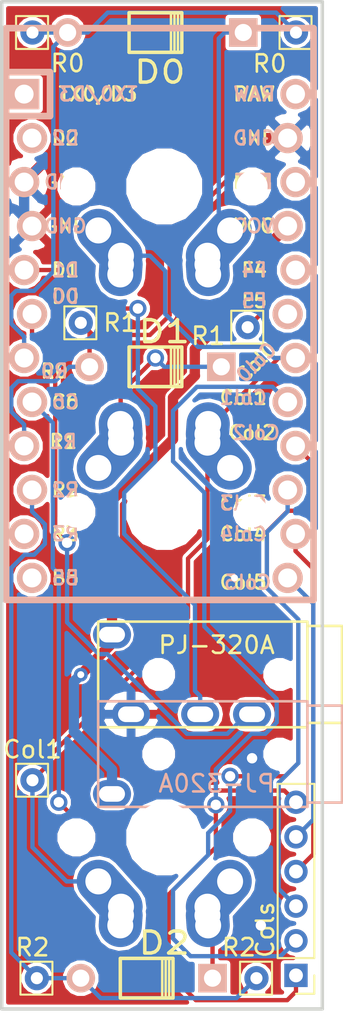
<source format=kicad_pcb>
(kicad_pcb (version 20171130) (host pcbnew 5.0.2-bee76a0~70~ubuntu18.04.1)

  (general
    (thickness 1.6)
    (drawings 4)
    (tracks 207)
    (zones 0)
    (modules 16)
    (nets 26)
  )

  (page User 210.007 148.488)
  (layers
    (0 F.Cu signal)
    (31 B.Cu signal)
    (32 B.Adhes user hide)
    (33 F.Adhes user hide)
    (34 B.Paste user)
    (35 F.Paste user)
    (36 B.SilkS user)
    (37 F.SilkS user)
    (38 B.Mask user)
    (39 F.Mask user)
    (40 Dwgs.User user hide)
    (41 Cmts.User user hide)
    (42 Eco1.User user hide)
    (43 Eco2.User user hide)
    (44 Edge.Cuts user)
    (45 Margin user hide)
    (46 B.CrtYd user hide)
    (47 F.CrtYd user)
    (48 B.Fab user hide)
    (49 F.Fab user hide)
  )

  (setup
    (last_trace_width 0.25)
    (trace_clearance 0.2)
    (zone_clearance 0.15)
    (zone_45_only no)
    (trace_min 0.16)
    (segment_width 0.2)
    (edge_width 0.15)
    (via_size 1)
    (via_drill 0.6)
    (via_min_size 0.4)
    (via_min_drill 0.3)
    (uvia_size 0.3)
    (uvia_drill 0.1)
    (uvias_allowed no)
    (uvia_min_size 0.2)
    (uvia_min_drill 0.1)
    (pcb_text_width 0.3)
    (pcb_text_size 1.5 1.5)
    (mod_edge_width 0.15)
    (mod_text_size 1 1)
    (mod_text_width 0.15)
    (pad_size 1.5 1)
    (pad_drill 0)
    (pad_to_mask_clearance 0.2)
    (solder_mask_min_width 0.25)
    (aux_axis_origin 0 0)
    (visible_elements FFFFFF7F)
    (pcbplotparams
      (layerselection 0x010fc_ffffffff)
      (usegerberextensions false)
      (usegerberattributes false)
      (usegerberadvancedattributes false)
      (creategerberjobfile false)
      (excludeedgelayer true)
      (linewidth 0.100000)
      (plotframeref false)
      (viasonmask false)
      (mode 1)
      (useauxorigin false)
      (hpglpennumber 1)
      (hpglpenspeed 20)
      (hpglpendiameter 15.000000)
      (psnegative false)
      (psa4output false)
      (plotreference true)
      (plotvalue true)
      (plotinvisibletext false)
      (padsonsilk false)
      (subtractmaskfromsilk false)
      (outputformat 1)
      (mirror false)
      (drillshape 0)
      (scaleselection 1)
      (outputdirectory "ColKeys.gbr/"))
  )

  (net 0 "")
  (net 1 Row1)
  (net 2 Row2)
  (net 3 Row3)
  (net 4 Row0)
  (net 5 Col1)
  (net 6 Col2)
  (net 7 Col3)
  (net 8 Col4)
  (net 9 Col5)
  (net 10 GND)
  (net 11 SCL)
  (net 12 SDA)
  (net 13 Col0)
  (net 14 VCC)
  (net 15 "Net-(D0-Pad2)")
  (net 16 "Net-(D1-Pad2)")
  (net 17 "Net-(D2-Pad2)")
  (net 18 "Net-(U1-Pad1)")
  (net 19 "Net-(U1-Pad2)")
  (net 20 "Net-(U1-Pad19)")
  (net 21 "Net-(U1-Pad20)")
  (net 22 "Net-(U1-Pad22)")
  (net 23 Row4)
  (net 24 "Net-(U1-Pad24)")
  (net 25 Col6)

  (net_class Default "This is the default net class."
    (clearance 0.2)
    (trace_width 0.25)
    (via_dia 1)
    (via_drill 0.6)
    (uvia_dia 0.3)
    (uvia_drill 0.1)
    (add_net Col0)
    (add_net Col1)
    (add_net Col2)
    (add_net Col3)
    (add_net Col4)
    (add_net Col5)
    (add_net Col6)
    (add_net "Net-(D0-Pad2)")
    (add_net "Net-(D1-Pad2)")
    (add_net "Net-(D2-Pad2)")
    (add_net "Net-(U1-Pad1)")
    (add_net "Net-(U1-Pad19)")
    (add_net "Net-(U1-Pad2)")
    (add_net "Net-(U1-Pad20)")
    (add_net "Net-(U1-Pad22)")
    (add_net "Net-(U1-Pad24)")
    (add_net Row0)
    (add_net Row1)
    (add_net Row2)
    (add_net Row3)
    (add_net Row4)
    (add_net SCL)
    (add_net SDA)
  )

  (net_class Fine ""
    (clearance 0.15)
    (trace_width 0.16)
    (via_dia 0.4)
    (via_drill 0.3)
    (uvia_dia 0.3)
    (uvia_drill 0.1)
  )

  (net_class Power ""
    (clearance 0.15)
    (trace_width 0.6)
    (via_dia 0.8)
    (via_drill 0.4)
    (uvia_dia 0.3)
    (uvia_drill 0.1)
    (add_net GND)
    (add_net VCC)
  )

  (net_class USBData ""
    (clearance 0.16)
    (trace_width 0.16)
    (via_dia 0.8)
    (via_drill 0.4)
    (uvia_dia 0.3)
    (uvia_drill 0.1)
  )

  (module Connector_PinHeader_2.00mm:PinHeader_1x06_P2.00mm_Vertical (layer F.Cu) (tedit 5E1EDB64) (tstamp 5E1ED8F1)
    (at 32.512 71.722 180)
    (descr "Through hole straight pin header, 1x06, 2.00mm pitch, single row")
    (tags "Through hole pin header THT 1x06 2.00mm single row")
    (path /5E1CE647)
    (fp_text reference Cols (at 1.778 2.634 270) (layer F.SilkS)
      (effects (font (size 1 1) (thickness 0.15)))
    )
    (fp_text value Conn_01x06 (at 0 12.06 180) (layer F.Fab)
      (effects (font (size 1 1) (thickness 0.15)))
    )
    (fp_text user %R (at 0 5 270) (layer F.Fab)
      (effects (font (size 1 1) (thickness 0.15)))
    )
    (fp_line (start 1.5 -1.5) (end -1.5 -1.5) (layer F.CrtYd) (width 0.05))
    (fp_line (start 1.5 11.5) (end 1.5 -1.5) (layer F.CrtYd) (width 0.05))
    (fp_line (start -1.5 11.5) (end 1.5 11.5) (layer F.CrtYd) (width 0.05))
    (fp_line (start -1.5 -1.5) (end -1.5 11.5) (layer F.CrtYd) (width 0.05))
    (fp_line (start -1.06 -1.06) (end 0 -1.06) (layer F.SilkS) (width 0.12))
    (fp_line (start -1.06 0) (end -1.06 -1.06) (layer F.SilkS) (width 0.12))
    (fp_line (start -1.06 1) (end 1.06 1) (layer F.SilkS) (width 0.12))
    (fp_line (start 1.06 1) (end 1.06 11.06) (layer F.SilkS) (width 0.12))
    (fp_line (start -1.06 1) (end -1.06 11.06) (layer F.SilkS) (width 0.12))
    (fp_line (start -1.06 11.06) (end 1.06 11.06) (layer F.SilkS) (width 0.12))
    (fp_line (start -1 -0.5) (end -0.5 -1) (layer F.Fab) (width 0.1))
    (fp_line (start -1 11) (end -1 -0.5) (layer F.Fab) (width 0.1))
    (fp_line (start 1 11) (end -1 11) (layer F.Fab) (width 0.1))
    (fp_line (start 1 -1) (end 1 11) (layer F.Fab) (width 0.1))
    (fp_line (start -0.5 -1) (end 1 -1) (layer F.Fab) (width 0.1))
    (pad 6 thru_hole oval (at 0 10 180) (size 1.35 1.35) (drill 0.8) (layers *.Cu *.Mask)
      (net 25 Col6))
    (pad 5 thru_hole oval (at 0 8 180) (size 1.35 1.35) (drill 0.8) (layers *.Cu *.Mask)
      (net 9 Col5))
    (pad 4 thru_hole oval (at 0 6 180) (size 1.35 1.35) (drill 0.8) (layers *.Cu *.Mask)
      (net 8 Col4))
    (pad 3 thru_hole oval (at 0 4 180) (size 1.35 1.35) (drill 0.8) (layers *.Cu *.Mask)
      (net 7 Col3))
    (pad 2 thru_hole oval (at 0 2 180) (size 1.35 1.35) (drill 0.8) (layers *.Cu *.Mask)
      (net 6 Col2))
    (pad 1 thru_hole rect (at 0 0 180) (size 1.35 1.35) (drill 0.8) (layers *.Cu *.Mask)
      (net 5 Col1))
    (model ${KISYS3DMOD}/Connector_PinHeader_2.00mm.3dshapes/PinHeader_1x06_P2.00mm_Vertical.wrl
      (at (xyz 0 0 0))
      (scale (xyz 1 1 1))
      (rotate (xyz 0 0 0))
    )
  )

  (module Keebio-Parts:Hybrid_PCB_100H_Dual_hole-flip (layer F.Cu) (tedit 5A41EE18) (tstamp 5E1AB239)
    (at 24.892 44.958)
    (path /5E1AA21A)
    (fp_text reference K1 (at 0 3.175) (layer F.SilkS) hide
      (effects (font (size 1.27 1.524) (thickness 0.2032)))
    )
    (fp_text value K34 (at 0 5.08) (layer F.SilkS) hide
      (effects (font (size 1.27 1.524) (thickness 0.2032)))
    )
    (fp_line (start -6.985 6.985) (end -6.985 -6.985) (layer Eco2.User) (width 0.1524))
    (fp_line (start 6.985 6.985) (end -6.985 6.985) (layer Eco2.User) (width 0.1524))
    (fp_line (start 6.985 -6.985) (end 6.985 6.985) (layer Eco2.User) (width 0.1524))
    (fp_line (start -6.985 -6.985) (end 6.985 -6.985) (layer Eco2.User) (width 0.1524))
    (fp_line (start -9.398 9.398) (end -9.398 -9.398) (layer Dwgs.User) (width 0.1524))
    (fp_line (start 9.398 9.398) (end -9.398 9.398) (layer Dwgs.User) (width 0.1524))
    (fp_line (start 9.398 -9.398) (end 9.398 9.398) (layer Dwgs.User) (width 0.1524))
    (fp_line (start -9.398 -9.398) (end 9.398 -9.398) (layer Dwgs.User) (width 0.1524))
    (fp_line (start -6.35 6.35) (end -6.35 -6.35) (layer Cmts.User) (width 0.1524))
    (fp_line (start 6.35 6.35) (end -6.35 6.35) (layer Cmts.User) (width 0.1524))
    (fp_line (start 6.35 -6.35) (end 6.35 6.35) (layer Cmts.User) (width 0.1524))
    (fp_line (start -6.35 -6.35) (end 6.35 -6.35) (layer Cmts.User) (width 0.1524))
    (pad 1 smd oval (at 2.52 -4.79 356.055) (size 2.5 3.081378) (layers B.Cu B.Paste B.Mask)
      (net 13 Col0))
    (pad 1 smd oval (at 3.155 -3.27 221.9) (size 2.5 4.461556) (layers F.Cu F.Paste F.Mask)
      (net 13 Col0))
    (pad 2 smd oval (at -2.52 -4.79 3.945) (size 2.5 3.081378) (layers F.Cu F.Paste F.Mask)
      (net 16 "Net-(D1-Pad2)"))
    (pad 2 smd oval (at -3.155 -3.27 138.1) (size 2.5 4.461556) (layers F.Cu F.Paste F.Mask)
      (net 16 "Net-(D1-Pad2)"))
    (pad 2 thru_hole circle (at -2.54 -5.08 330.95) (size 2 2) (drill 1.5) (layers *.Cu *.Mask)
      (net 16 "Net-(D1-Pad2)"))
    (pad 2 thru_hole circle (at -2.5 -4.5 330.95) (size 2 2) (drill 1.5) (layers *.Cu *.Mask)
      (net 16 "Net-(D1-Pad2)"))
    (pad 2 smd oval (at -2.52 -4.79 3.945) (size 2.5 3.081378) (layers B.Cu B.Paste B.Mask)
      (net 16 "Net-(D1-Pad2)"))
    (pad 1 thru_hole circle (at 3.81 -2.54 330.95) (size 2 2) (drill 1.5) (layers *.Cu *.Mask)
      (net 13 Col0))
    (pad 1 thru_hole circle (at 2.5 -4) (size 2 2) (drill 1.5) (layers *.Cu *.Mask)
      (net 13 Col0))
    (pad 2 smd oval (at -3.155 -3.27 138.1) (size 2.5 4.461556) (layers B.Cu B.Paste B.Mask)
      (net 16 "Net-(D1-Pad2)"))
    (pad 1 smd oval (at 3.155 -3.27 221.9) (size 2.5 4.461556) (layers B.Cu B.Paste B.Mask)
      (net 13 Col0))
    (pad 2 thru_hole circle (at -3.81 -2.54 330.95) (size 2 2) (drill 1.5) (layers *.Cu *.Mask)
      (net 16 "Net-(D1-Pad2)"))
    (pad HOLE np_thru_hole circle (at 5.08 0) (size 1.8 1.8) (drill 1.8) (layers *.Cu))
    (pad HOLE np_thru_hole circle (at -5.08 0) (size 1.8 1.8) (drill 1.8) (layers *.Cu))
    (pad HOLE np_thru_hole circle (at 0 0) (size 3.9878 3.9878) (drill 3.9878) (layers *.Cu))
    (pad 2 thru_hole circle (at -2.5 -4 330.95) (size 2 2) (drill 1.5) (layers *.Cu *.Mask)
      (net 16 "Net-(D1-Pad2)"))
    (pad 1 thru_hole circle (at 2.54 -5.08 330.95) (size 2 2) (drill 1.5) (layers *.Cu *.Mask)
      (net 13 Col0))
    (pad 1 thru_hole circle (at 2.5 -4.5 330.95) (size 2 2) (drill 1.5) (layers *.Cu *.Mask)
      (net 13 Col0))
    (pad 1 smd oval (at 2.52 -4.79 356.055) (size 2.5 3.081378) (layers F.Cu F.Paste F.Mask)
      (net 13 Col0))
    (model /Users/danny/Documents/proj/custom-keyboard/kicad-libs/3d_models/mx-switch.wrl
      (offset (xyz 7.4675998878479 7.4675998878479 5.943599910736085))
      (scale (xyz 0.4 0.4 0.4))
      (rotate (xyz 270 0 180))
    )
    (model /Users/danny/Documents/proj/custom-keyboard/kicad-libs/3d_models/SA-R3-1u.wrl
      (offset (xyz 0 0 11.93799982070923))
      (scale (xyz 0.394 0.394 0.394))
      (rotate (xyz 270 0 0))
    )
  )

  (module Keebio-Parts:Hybrid_PCB_100H_Dual_hole-flip (layer F.Cu) (tedit 5A41EE18) (tstamp 5E1AB221)
    (at 24.892 26.162 180)
    (path /5E1AA260)
    (fp_text reference K0 (at 0 3.175 180) (layer F.SilkS) hide
      (effects (font (size 1.27 1.524) (thickness 0.2032)))
    )
    (fp_text value K34 (at 0 5.08 180) (layer F.SilkS) hide
      (effects (font (size 1.27 1.524) (thickness 0.2032)))
    )
    (fp_line (start -6.985 6.985) (end -6.985 -6.985) (layer Eco2.User) (width 0.1524))
    (fp_line (start 6.985 6.985) (end -6.985 6.985) (layer Eco2.User) (width 0.1524))
    (fp_line (start 6.985 -6.985) (end 6.985 6.985) (layer Eco2.User) (width 0.1524))
    (fp_line (start -6.985 -6.985) (end 6.985 -6.985) (layer Eco2.User) (width 0.1524))
    (fp_line (start -9.398 9.398) (end -9.398 -9.398) (layer Dwgs.User) (width 0.1524))
    (fp_line (start 9.398 9.398) (end -9.398 9.398) (layer Dwgs.User) (width 0.1524))
    (fp_line (start 9.398 -9.398) (end 9.398 9.398) (layer Dwgs.User) (width 0.1524))
    (fp_line (start -9.398 -9.398) (end 9.398 -9.398) (layer Dwgs.User) (width 0.1524))
    (fp_line (start -6.35 6.35) (end -6.35 -6.35) (layer Cmts.User) (width 0.1524))
    (fp_line (start 6.35 6.35) (end -6.35 6.35) (layer Cmts.User) (width 0.1524))
    (fp_line (start 6.35 -6.35) (end 6.35 6.35) (layer Cmts.User) (width 0.1524))
    (fp_line (start -6.35 -6.35) (end 6.35 -6.35) (layer Cmts.User) (width 0.1524))
    (pad 1 smd oval (at 2.52 -4.79 176.055) (size 2.5 3.081378) (layers B.Cu B.Paste B.Mask)
      (net 13 Col0))
    (pad 1 smd oval (at 3.155 -3.27 41.9) (size 2.5 4.461556) (layers F.Cu F.Paste F.Mask)
      (net 13 Col0))
    (pad 2 smd oval (at -2.52 -4.79 183.945) (size 2.5 3.081378) (layers F.Cu F.Paste F.Mask)
      (net 15 "Net-(D0-Pad2)"))
    (pad 2 smd oval (at -3.155 -3.27 318.1) (size 2.5 4.461556) (layers F.Cu F.Paste F.Mask)
      (net 15 "Net-(D0-Pad2)"))
    (pad 2 thru_hole circle (at -2.54 -5.08 150.95) (size 2 2) (drill 1.5) (layers *.Cu *.Mask)
      (net 15 "Net-(D0-Pad2)"))
    (pad 2 thru_hole circle (at -2.5 -4.5 150.95) (size 2 2) (drill 1.5) (layers *.Cu *.Mask)
      (net 15 "Net-(D0-Pad2)"))
    (pad 2 smd oval (at -2.52 -4.79 183.945) (size 2.5 3.081378) (layers B.Cu B.Paste B.Mask)
      (net 15 "Net-(D0-Pad2)"))
    (pad 1 thru_hole circle (at 3.81 -2.54 150.95) (size 2 2) (drill 1.5) (layers *.Cu *.Mask)
      (net 13 Col0))
    (pad 1 thru_hole circle (at 2.5 -4 180) (size 2 2) (drill 1.5) (layers *.Cu *.Mask)
      (net 13 Col0))
    (pad 2 smd oval (at -3.155 -3.27 318.1) (size 2.5 4.461556) (layers B.Cu B.Paste B.Mask)
      (net 15 "Net-(D0-Pad2)"))
    (pad 1 smd oval (at 3.155 -3.27 41.9) (size 2.5 4.461556) (layers B.Cu B.Paste B.Mask)
      (net 13 Col0))
    (pad 2 thru_hole circle (at -3.81 -2.54 150.95) (size 2 2) (drill 1.5) (layers *.Cu *.Mask)
      (net 15 "Net-(D0-Pad2)"))
    (pad HOLE np_thru_hole circle (at 5.08 0 180) (size 1.8 1.8) (drill 1.8) (layers *.Cu))
    (pad HOLE np_thru_hole circle (at -5.08 0 180) (size 1.8 1.8) (drill 1.8) (layers *.Cu))
    (pad HOLE np_thru_hole circle (at 0 0 180) (size 3.9878 3.9878) (drill 3.9878) (layers *.Cu))
    (pad 2 thru_hole circle (at -2.5 -4 150.95) (size 2 2) (drill 1.5) (layers *.Cu *.Mask)
      (net 15 "Net-(D0-Pad2)"))
    (pad 1 thru_hole circle (at 2.54 -5.08 150.95) (size 2 2) (drill 1.5) (layers *.Cu *.Mask)
      (net 13 Col0))
    (pad 1 thru_hole circle (at 2.5 -4.5 150.95) (size 2 2) (drill 1.5) (layers *.Cu *.Mask)
      (net 13 Col0))
    (pad 1 smd oval (at 2.52 -4.79 176.055) (size 2.5 3.081378) (layers F.Cu F.Paste F.Mask)
      (net 13 Col0))
    (model /Users/danny/Documents/proj/custom-keyboard/kicad-libs/3d_models/mx-switch.wrl
      (offset (xyz 7.4675998878479 7.4675998878479 5.943599910736085))
      (scale (xyz 0.4 0.4 0.4))
      (rotate (xyz 270 0 180))
    )
    (model /Users/danny/Documents/proj/custom-keyboard/kicad-libs/3d_models/SA-R3-1u.wrl
      (offset (xyz 0 0 11.93799982070923))
      (scale (xyz 0.394 0.394 0.394))
      (rotate (xyz 270 0 0))
    )
  )

  (module Keebio-Parts:Hybrid_PCB_100H_Dual_hole-flip (layer F.Cu) (tedit 5A41EE18) (tstamp 5E33A1E3)
    (at 24.892 63.754 180)
    (path /5E1AA1BA)
    (fp_text reference K2 (at 0 3.175 180) (layer F.SilkS) hide
      (effects (font (size 1.27 1.524) (thickness 0.2032)))
    )
    (fp_text value K34 (at 0 5.08 180) (layer F.SilkS) hide
      (effects (font (size 1.27 1.524) (thickness 0.2032)))
    )
    (fp_line (start -6.985 6.985) (end -6.985 -6.985) (layer Eco2.User) (width 0.1524))
    (fp_line (start 6.985 6.985) (end -6.985 6.985) (layer Eco2.User) (width 0.1524))
    (fp_line (start 6.985 -6.985) (end 6.985 6.985) (layer Eco2.User) (width 0.1524))
    (fp_line (start -6.985 -6.985) (end 6.985 -6.985) (layer Eco2.User) (width 0.1524))
    (fp_line (start -9.398 9.398) (end -9.398 -9.398) (layer Dwgs.User) (width 0.1524))
    (fp_line (start 9.398 9.398) (end -9.398 9.398) (layer Dwgs.User) (width 0.1524))
    (fp_line (start 9.398 -9.398) (end 9.398 9.398) (layer Dwgs.User) (width 0.1524))
    (fp_line (start -9.398 -9.398) (end 9.398 -9.398) (layer Dwgs.User) (width 0.1524))
    (fp_line (start -6.35 6.35) (end -6.35 -6.35) (layer Cmts.User) (width 0.1524))
    (fp_line (start 6.35 6.35) (end -6.35 6.35) (layer Cmts.User) (width 0.1524))
    (fp_line (start 6.35 -6.35) (end 6.35 6.35) (layer Cmts.User) (width 0.1524))
    (fp_line (start -6.35 -6.35) (end 6.35 -6.35) (layer Cmts.User) (width 0.1524))
    (pad 1 smd oval (at 2.52 -4.79 176.055) (size 2.5 3.081378) (layers B.Cu B.Paste B.Mask)
      (net 13 Col0))
    (pad 1 smd oval (at 3.155 -3.27 41.9) (size 2.5 4.461556) (layers F.Cu F.Paste F.Mask)
      (net 13 Col0))
    (pad 2 smd oval (at -2.52 -4.79 183.945) (size 2.5 3.081378) (layers F.Cu F.Paste F.Mask)
      (net 17 "Net-(D2-Pad2)"))
    (pad 2 smd oval (at -3.155 -3.27 318.1) (size 2.5 4.461556) (layers F.Cu F.Paste F.Mask)
      (net 17 "Net-(D2-Pad2)"))
    (pad 2 thru_hole circle (at -2.54 -5.08 150.95) (size 2 2) (drill 1.5) (layers *.Cu *.Mask)
      (net 17 "Net-(D2-Pad2)"))
    (pad 2 thru_hole circle (at -2.5 -4.5 150.95) (size 2 2) (drill 1.5) (layers *.Cu *.Mask)
      (net 17 "Net-(D2-Pad2)"))
    (pad 2 smd oval (at -2.52 -4.79 183.945) (size 2.5 3.081378) (layers B.Cu B.Paste B.Mask)
      (net 17 "Net-(D2-Pad2)"))
    (pad 1 thru_hole circle (at 3.81 -2.54 150.95) (size 2 2) (drill 1.5) (layers *.Cu *.Mask)
      (net 13 Col0))
    (pad 1 thru_hole circle (at 2.5 -4 180) (size 2 2) (drill 1.5) (layers *.Cu *.Mask)
      (net 13 Col0))
    (pad 2 smd oval (at -3.155 -3.27 318.1) (size 2.5 4.461556) (layers B.Cu B.Paste B.Mask)
      (net 17 "Net-(D2-Pad2)"))
    (pad 1 smd oval (at 3.155 -3.27 41.9) (size 2.5 4.461556) (layers B.Cu B.Paste B.Mask)
      (net 13 Col0))
    (pad 2 thru_hole circle (at -3.81 -2.54 150.95) (size 2 2) (drill 1.5) (layers *.Cu *.Mask)
      (net 17 "Net-(D2-Pad2)"))
    (pad HOLE np_thru_hole circle (at 5.08 0 180) (size 1.8 1.8) (drill 1.8) (layers *.Cu))
    (pad HOLE np_thru_hole circle (at -5.08 0 180) (size 1.8 1.8) (drill 1.8) (layers *.Cu))
    (pad HOLE np_thru_hole circle (at 0 0 180) (size 3.9878 3.9878) (drill 3.9878) (layers *.Cu))
    (pad 2 thru_hole circle (at -2.5 -4 150.95) (size 2 2) (drill 1.5) (layers *.Cu *.Mask)
      (net 17 "Net-(D2-Pad2)"))
    (pad 1 thru_hole circle (at 2.54 -5.08 150.95) (size 2 2) (drill 1.5) (layers *.Cu *.Mask)
      (net 13 Col0))
    (pad 1 thru_hole circle (at 2.5 -4.5 150.95) (size 2 2) (drill 1.5) (layers *.Cu *.Mask)
      (net 13 Col0))
    (pad 1 smd oval (at 2.52 -4.79 176.055) (size 2.5 3.081378) (layers F.Cu F.Paste F.Mask)
      (net 13 Col0))
    (model /Users/danny/Documents/proj/custom-keyboard/kicad-libs/3d_models/mx-switch.wrl
      (offset (xyz 7.4675998878479 7.4675998878479 5.943599910736085))
      (scale (xyz 0.4 0.4 0.4))
      (rotate (xyz 270 0 180))
    )
    (model /Users/danny/Documents/proj/custom-keyboard/kicad-libs/3d_models/SA-R3-1u.wrl
      (offset (xyz 0 0 11.93799982070923))
      (scale (xyz 0.394 0.394 0.394))
      (rotate (xyz 270 0 0))
    )
  )

  (module Keebio-Parts:Diode (layer F.Cu) (tedit 549B02AC) (tstamp 5E1FABE4)
    (at 23.876 71.882)
    (path /5A1C7569)
    (fp_text reference D2 (at 1.016 -2.032) (layer F.SilkS)
      (effects (font (size 1.27 1.524) (thickness 0.2032)))
    )
    (fp_text value D (at 0 0) (layer F.SilkS) hide
      (effects (font (size 1.27 1.524) (thickness 0.2032)))
    )
    (fp_line (start -1.524 1.143) (end -1.524 -1.143) (layer F.SilkS) (width 0.2032))
    (fp_line (start 1.524 1.143) (end -1.524 1.143) (layer F.SilkS) (width 0.2032))
    (fp_line (start 1.524 -1.143) (end 1.524 1.143) (layer F.SilkS) (width 0.2032))
    (fp_line (start -1.524 -1.143) (end 1.524 -1.143) (layer F.SilkS) (width 0.2032))
    (fp_line (start 1.3 1.1) (end 1.3 -1) (layer F.SilkS) (width 0.15))
    (fp_line (start 1.3 -1.1) (end 1.3 -1) (layer F.SilkS) (width 0.15))
    (fp_line (start 1.3 -1) (end 1.3 -1.1) (layer F.SilkS) (width 0.15))
    (fp_line (start 1.1 -1.1) (end 1.1 1.1) (layer F.SilkS) (width 0.15))
    (fp_line (start 0.9 1.1) (end 0.9 -1.1) (layer F.SilkS) (width 0.15))
    (pad 2 thru_hole rect (at 3.81 0) (size 1.651 1.651) (drill 0.9906) (layers *.Cu *.SilkS *.Mask)
      (net 17 "Net-(D2-Pad2)"))
    (pad 1 thru_hole circle (at -3.81 0) (size 1.651 1.651) (drill 0.9906) (layers *.Cu *.SilkS *.Mask)
      (net 2 Row2))
  )

  (module Keebio-Parts:Diode (layer F.Cu) (tedit 549B02AC) (tstamp 5E1D1E96)
    (at 24.384 36.576)
    (path /5A1C3A0F)
    (fp_text reference D1 (at 0.508 -2.032) (layer F.SilkS)
      (effects (font (size 1.27 1.524) (thickness 0.2032)))
    )
    (fp_text value D (at 0 0) (layer F.SilkS) hide
      (effects (font (size 1.27 1.524) (thickness 0.2032)))
    )
    (fp_line (start -1.524 1.143) (end -1.524 -1.143) (layer F.SilkS) (width 0.2032))
    (fp_line (start 1.524 1.143) (end -1.524 1.143) (layer F.SilkS) (width 0.2032))
    (fp_line (start 1.524 -1.143) (end 1.524 1.143) (layer F.SilkS) (width 0.2032))
    (fp_line (start -1.524 -1.143) (end 1.524 -1.143) (layer F.SilkS) (width 0.2032))
    (fp_line (start 1.3 1.1) (end 1.3 -1) (layer F.SilkS) (width 0.15))
    (fp_line (start 1.3 -1.1) (end 1.3 -1) (layer F.SilkS) (width 0.15))
    (fp_line (start 1.3 -1) (end 1.3 -1.1) (layer F.SilkS) (width 0.15))
    (fp_line (start 1.1 -1.1) (end 1.1 1.1) (layer F.SilkS) (width 0.15))
    (fp_line (start 0.9 1.1) (end 0.9 -1.1) (layer F.SilkS) (width 0.15))
    (pad 2 thru_hole rect (at 3.81 0) (size 1.651 1.651) (drill 0.9906) (layers *.Cu *.SilkS *.Mask)
      (net 16 "Net-(D1-Pad2)"))
    (pad 1 thru_hole circle (at -3.81 0) (size 1.651 1.651) (drill 0.9906) (layers *.Cu *.SilkS *.Mask)
      (net 1 Row1))
  )

  (module Keebio-Parts:Diode-Wide (layer F.Cu) (tedit 5E1CC135) (tstamp 5E3F03A5)
    (at 24.384 17.272)
    (path /5A1C368B)
    (fp_text reference D0 (at 0.254 2.286) (layer F.SilkS)
      (effects (font (size 1.27 1.524) (thickness 0.2032)))
    )
    (fp_text value D (at 0 0) (layer F.SilkS) hide
      (effects (font (size 1.27 1.524) (thickness 0.2032)))
    )
    (fp_line (start -1.524 1.143) (end -1.524 -1.143) (layer F.SilkS) (width 0.2032))
    (fp_line (start 1.524 1.143) (end -1.524 1.143) (layer F.SilkS) (width 0.2032))
    (fp_line (start 1.524 -1.143) (end 1.524 1.143) (layer F.SilkS) (width 0.2032))
    (fp_line (start -1.524 -1.143) (end 1.524 -1.143) (layer F.SilkS) (width 0.2032))
    (fp_line (start 1.3 1.1) (end 1.3 -1) (layer F.SilkS) (width 0.15))
    (fp_line (start 1.3 -1.1) (end 1.3 -1) (layer F.SilkS) (width 0.15))
    (fp_line (start 1.3 -1) (end 1.3 -1.1) (layer F.SilkS) (width 0.15))
    (fp_line (start 1.1 -1.1) (end 1.1 1.1) (layer F.SilkS) (width 0.15))
    (fp_line (start 0.9 1.1) (end 0.9 -1.1) (layer F.SilkS) (width 0.15))
    (pad 2 thru_hole rect (at 5.08 0) (size 1.651 1.651) (drill 0.9906) (layers *.Cu *.SilkS *.Mask)
      (net 15 "Net-(D0-Pad2)"))
    (pad 1 thru_hole circle (at -5.08 0) (size 1.651 1.651) (drill 0.9906) (layers *.Cu *.SilkS *.Mask)
      (net 4 Row0))
  )

  (module Connector_Pin:Pin_D0.7mm_L6.5mm_W1.8mm_FlatFork (layer F.Cu) (tedit 5A1DC084) (tstamp 5E1F9AF9)
    (at 20.066 34.036)
    (descr "solder Pin_ with flat fork, hole diameter 0.7mm, length 6.5mm, width 1.8mm")
    (tags "solder Pin_ with flat fork")
    (path /5E1DCA8F)
    (fp_text reference R1 (at 2.286 0) (layer F.SilkS)
      (effects (font (size 1 1) (thickness 0.15)))
    )
    (fp_text value Conn_01x01 (at 0 -1.8) (layer F.Fab)
      (effects (font (size 1 1) (thickness 0.15)))
    )
    (fp_line (start 1.35 1.2) (end -1.4 1.2) (layer F.CrtYd) (width 0.05))
    (fp_line (start 1.35 1.2) (end 1.35 -1.2) (layer F.CrtYd) (width 0.05))
    (fp_line (start -1.4 -1.2) (end -1.4 1.2) (layer F.CrtYd) (width 0.05))
    (fp_line (start -1.4 -1.2) (end 1.35 -1.2) (layer F.CrtYd) (width 0.05))
    (fp_line (start -0.9 0.25) (end -0.9 -0.25) (layer F.Fab) (width 0.12))
    (fp_line (start 0.85 0.25) (end -0.9 0.25) (layer F.Fab) (width 0.12))
    (fp_line (start 0.85 -0.25) (end 0.85 0.25) (layer F.Fab) (width 0.12))
    (fp_line (start -0.9 -0.25) (end 0.85 -0.25) (layer F.Fab) (width 0.12))
    (fp_line (start 0.9 -0.95) (end -0.95 -0.95) (layer F.SilkS) (width 0.12))
    (fp_line (start 0.9 -0.9) (end 0.9 -0.95) (layer F.SilkS) (width 0.12))
    (fp_line (start 0.9 0.95) (end 0.9 -0.9) (layer F.SilkS) (width 0.12))
    (fp_line (start -0.95 0.95) (end 0.9 0.95) (layer F.SilkS) (width 0.12))
    (fp_line (start -0.95 -0.95) (end -0.95 0.95) (layer F.SilkS) (width 0.12))
    (fp_text user %R (at 0 1.8) (layer F.Fab)
      (effects (font (size 1 1) (thickness 0.15)))
    )
    (pad 1 thru_hole circle (at 0 0) (size 1.4 1.4) (drill 0.7) (layers *.Cu *.Mask)
      (net 1 Row1))
    (model ${KISYS3DMOD}/Connector_Pin.3dshapes/Pin_D0.7mm_L6.5mm_W1.8mm_FlatFork.wrl
      (at (xyz 0 0 0))
      (scale (xyz 1 1 1))
      (rotate (xyz 0 0 0))
    )
  )

  (module Connector_Pin:Pin_D0.7mm_L6.5mm_W1.8mm_FlatFork (layer F.Cu) (tedit 5A1DC084) (tstamp 5E1ABB0B)
    (at 17.526 71.882)
    (descr "solder Pin_ with flat fork, hole diameter 0.7mm, length 6.5mm, width 1.8mm")
    (tags "solder Pin_ with flat fork")
    (path /5E1DCAE1)
    (fp_text reference R2 (at -0.254 -1.778) (layer F.SilkS)
      (effects (font (size 1 1) (thickness 0.15)))
    )
    (fp_text value Conn_01x01 (at 0 -1.8) (layer F.Fab)
      (effects (font (size 1 1) (thickness 0.15)))
    )
    (fp_line (start 1.35 1.2) (end -1.4 1.2) (layer F.CrtYd) (width 0.05))
    (fp_line (start 1.35 1.2) (end 1.35 -1.2) (layer F.CrtYd) (width 0.05))
    (fp_line (start -1.4 -1.2) (end -1.4 1.2) (layer F.CrtYd) (width 0.05))
    (fp_line (start -1.4 -1.2) (end 1.35 -1.2) (layer F.CrtYd) (width 0.05))
    (fp_line (start -0.9 0.25) (end -0.9 -0.25) (layer F.Fab) (width 0.12))
    (fp_line (start 0.85 0.25) (end -0.9 0.25) (layer F.Fab) (width 0.12))
    (fp_line (start 0.85 -0.25) (end 0.85 0.25) (layer F.Fab) (width 0.12))
    (fp_line (start -0.9 -0.25) (end 0.85 -0.25) (layer F.Fab) (width 0.12))
    (fp_line (start 0.9 -0.95) (end -0.95 -0.95) (layer F.SilkS) (width 0.12))
    (fp_line (start 0.9 -0.9) (end 0.9 -0.95) (layer F.SilkS) (width 0.12))
    (fp_line (start 0.9 0.95) (end 0.9 -0.9) (layer F.SilkS) (width 0.12))
    (fp_line (start -0.95 0.95) (end 0.9 0.95) (layer F.SilkS) (width 0.12))
    (fp_line (start -0.95 -0.95) (end -0.95 0.95) (layer F.SilkS) (width 0.12))
    (fp_text user %R (at 0 1.8) (layer F.Fab)
      (effects (font (size 1 1) (thickness 0.15)))
    )
    (pad 1 thru_hole circle (at 0 0) (size 1.4 1.4) (drill 0.7) (layers *.Cu *.Mask)
      (net 2 Row2))
    (model ${KISYS3DMOD}/Connector_Pin.3dshapes/Pin_D0.7mm_L6.5mm_W1.8mm_FlatFork.wrl
      (at (xyz 0 0 0))
      (scale (xyz 1 1 1))
      (rotate (xyz 0 0 0))
    )
  )

  (module Connector_Pin:Pin_D0.7mm_L6.5mm_W1.8mm_FlatFork (layer F.Cu) (tedit 5A1DC084) (tstamp 5E1ABAF7)
    (at 17.272 17.272)
    (descr "solder Pin_ with flat fork, hole diameter 0.7mm, length 6.5mm, width 1.8mm")
    (tags "solder Pin_ with flat fork")
    (path /5E1DC9BB)
    (fp_text reference R0 (at 2.032 1.778) (layer F.SilkS)
      (effects (font (size 1 1) (thickness 0.15)))
    )
    (fp_text value Conn_01x01 (at 0 -1.8) (layer F.Fab)
      (effects (font (size 1 1) (thickness 0.15)))
    )
    (fp_line (start 1.35 1.2) (end -1.4 1.2) (layer F.CrtYd) (width 0.05))
    (fp_line (start 1.35 1.2) (end 1.35 -1.2) (layer F.CrtYd) (width 0.05))
    (fp_line (start -1.4 -1.2) (end -1.4 1.2) (layer F.CrtYd) (width 0.05))
    (fp_line (start -1.4 -1.2) (end 1.35 -1.2) (layer F.CrtYd) (width 0.05))
    (fp_line (start -0.9 0.25) (end -0.9 -0.25) (layer F.Fab) (width 0.12))
    (fp_line (start 0.85 0.25) (end -0.9 0.25) (layer F.Fab) (width 0.12))
    (fp_line (start 0.85 -0.25) (end 0.85 0.25) (layer F.Fab) (width 0.12))
    (fp_line (start -0.9 -0.25) (end 0.85 -0.25) (layer F.Fab) (width 0.12))
    (fp_line (start 0.9 -0.95) (end -0.95 -0.95) (layer F.SilkS) (width 0.12))
    (fp_line (start 0.9 -0.9) (end 0.9 -0.95) (layer F.SilkS) (width 0.12))
    (fp_line (start 0.9 0.95) (end 0.9 -0.9) (layer F.SilkS) (width 0.12))
    (fp_line (start -0.95 0.95) (end 0.9 0.95) (layer F.SilkS) (width 0.12))
    (fp_line (start -0.95 -0.95) (end -0.95 0.95) (layer F.SilkS) (width 0.12))
    (fp_text user %R (at 0 1.8) (layer F.Fab)
      (effects (font (size 1 1) (thickness 0.15)))
    )
    (pad 1 thru_hole circle (at 0 0) (size 1.4 1.4) (drill 0.7) (layers *.Cu *.Mask)
      (net 4 Row0))
    (model ${KISYS3DMOD}/Connector_Pin.3dshapes/Pin_D0.7mm_L6.5mm_W1.8mm_FlatFork.wrl
      (at (xyz 0 0 0))
      (scale (xyz 1 1 1))
      (rotate (xyz 0 0 0))
    )
  )

  (module Keebio-Parts:ArduinoProMicro-ZigZag (layer F.Cu) (tedit 5E1EDBE5) (tstamp 5E33AC62)
    (at 24.638 34.798 270)
    (path /5E18243D)
    (fp_text reference U1 (at 0 1.625 270) (layer F.SilkS) hide
      (effects (font (size 1 1) (thickness 0.2)))
    )
    (fp_text value ProMicro (at 0 0 270) (layer F.SilkS) hide
      (effects (font (size 1 1) (thickness 0.2)))
    )
    (fp_line (start -12.7 6.35) (end -12.7 8.89) (layer B.SilkS) (width 0.381))
    (fp_line (start -15.24 6.35) (end -12.7 6.35) (layer B.SilkS) (width 0.381))
    (fp_text user D2 (at -11.43 5.461) (layer B.SilkS)
      (effects (font (size 0.8 0.8) (thickness 0.15)) (justify mirror))
    )
    (fp_text user D0 (at -2.286 5.461) (layer B.SilkS)
      (effects (font (size 0.8 0.8) (thickness 0.15)) (justify mirror))
    )
    (fp_text user D1 (at -3.81 5.461) (layer B.SilkS)
      (effects (font (size 0.8 0.8) (thickness 0.15)) (justify mirror))
    )
    (fp_text user GND (at -6.35 5.461) (layer B.SilkS)
      (effects (font (size 0.8 0.8) (thickness 0.15)) (justify mirror))
    )
    (fp_text user GND (at -8.89 5.461) (layer B.SilkS)
      (effects (font (size 0.8 0.8) (thickness 0.15)) (justify mirror))
    )
    (fp_text user R0 (at 2.032 6.096) (layer B.SilkS)
      (effects (font (size 0.8 0.8) (thickness 0.15)) (justify mirror))
    )
    (fp_text user C6 (at 3.81 5.461) (layer B.SilkS)
      (effects (font (size 0.8 0.8) (thickness 0.15)) (justify mirror))
    )
    (fp_text user R1 (at 6.096 5.588) (layer B.SilkS)
      (effects (font (size 0.8 0.8) (thickness 0.15)) (justify mirror))
    )
    (fp_text user R2 (at 8.89 5.461) (layer B.SilkS)
      (effects (font (size 0.8 0.8) (thickness 0.15)) (justify mirror))
    )
    (fp_text user R3 (at 11.43 5.461) (layer B.SilkS)
      (effects (font (size 0.8 0.8) (thickness 0.15)) (justify mirror))
    )
    (fp_text user B5 (at 13.97 5.461) (layer B.SilkS)
      (effects (font (size 0.8 0.8) (thickness 0.15)) (justify mirror))
    )
    (fp_text user Col5 (at 14.224 -5.08) (layer B.SilkS)
      (effects (font (size 0.8 0.8) (thickness 0.15)) (justify mirror))
    )
    (fp_text user Col4 (at 11.43 -4.826) (layer F.SilkS)
      (effects (font (size 0.8 0.8) (thickness 0.15)))
    )
    (fp_text user Col3 (at 9.652 -4.826) (layer B.SilkS)
      (effects (font (size 0.8 0.8) (thickness 0.15)) (justify mirror))
    )
    (fp_text user Col2 (at 5.588 -5.588) (layer B.SilkS)
      (effects (font (size 0.8 0.8) (thickness 0.15)) (justify mirror))
    )
    (fp_text user Col1 (at 3.556 -4.826) (layer F.SilkS)
      (effects (font (size 0.8 0.8) (thickness 0.15)))
    )
    (fp_text user Col0 (at 1.524 -5.588 45) (layer F.SilkS)
      (effects (font (size 0.8 0.8) (thickness 0.15)))
    )
    (fp_text user F5 (at -2.032 -5.461) (layer F.SilkS)
      (effects (font (size 0.8 0.8) (thickness 0.15)))
    )
    (fp_text user F4 (at -3.81 -5.461) (layer B.SilkS)
      (effects (font (size 0.8 0.8) (thickness 0.15)) (justify mirror))
    )
    (fp_text user VCC (at -6.35 -5.461) (layer B.SilkS)
      (effects (font (size 0.8 0.8) (thickness 0.15)) (justify mirror))
    )
    (fp_text user GND (at -11.43 -5.461) (layer B.SilkS)
      (effects (font (size 0.8 0.8) (thickness 0.15)) (justify mirror))
    )
    (fp_text user RAW (at -13.97 -5.461) (layer B.SilkS)
      (effects (font (size 0.8 0.8) (thickness 0.15)) (justify mirror))
    )
    (fp_text user RAW (at -13.97 -5.461) (layer F.SilkS)
      (effects (font (size 0.8 0.8) (thickness 0.15)))
    )
    (fp_text user GND (at -11.43 -5.461) (layer F.SilkS)
      (effects (font (size 0.8 0.8) (thickness 0.15)))
    )
    (fp_text user ST (at -8.92 -5.73312) (layer F.SilkS)
      (effects (font (size 0.8 0.8) (thickness 0.15)))
    )
    (fp_text user VCC (at -6.35 -5.461) (layer F.SilkS)
      (effects (font (size 0.8 0.8) (thickness 0.15)))
    )
    (fp_text user F4 (at -3.81 -5.461) (layer F.SilkS)
      (effects (font (size 0.8 0.8) (thickness 0.15)))
    )
    (fp_text user F5 (at -2.032 -5.461) (layer B.SilkS)
      (effects (font (size 0.8 0.8) (thickness 0.15)) (justify mirror))
    )
    (fp_text user Col0 (at 1.524 -5.588 45) (layer B.SilkS)
      (effects (font (size 0.8 0.8) (thickness 0.15)) (justify mirror))
    )
    (fp_text user Col1 (at 3.556 -4.826) (layer B.SilkS)
      (effects (font (size 0.8 0.8) (thickness 0.15)) (justify mirror))
    )
    (fp_text user Col2 (at 5.588 -5.334) (layer F.SilkS)
      (effects (font (size 0.8 0.8) (thickness 0.15)))
    )
    (fp_text user Col3 (at 9.652 -4.826) (layer F.SilkS)
      (effects (font (size 0.8 0.8) (thickness 0.15)))
    )
    (fp_text user Col4 (at 11.43 -4.826) (layer B.SilkS)
      (effects (font (size 0.8 0.8) (thickness 0.15)) (justify mirror))
    )
    (fp_text user Col5 (at 14.224 -4.826) (layer F.SilkS)
      (effects (font (size 0.8 0.8) (thickness 0.15)))
    )
    (fp_text user B5 (at 13.97 5.461) (layer F.SilkS)
      (effects (font (size 0.8 0.8) (thickness 0.15)))
    )
    (fp_text user R3 (at 11.43 5.461) (layer F.SilkS)
      (effects (font (size 0.8 0.8) (thickness 0.15)))
    )
    (fp_text user R2 (at 8.89 5.461) (layer F.SilkS)
      (effects (font (size 0.8 0.8) (thickness 0.15)))
    )
    (fp_text user R1 (at 6.096 5.588) (layer F.SilkS)
      (effects (font (size 0.8 0.8) (thickness 0.15)))
    )
    (fp_text user C6 (at 3.81 5.461) (layer F.SilkS)
      (effects (font (size 0.8 0.8) (thickness 0.15)))
    )
    (fp_text user R0 (at 2.032 6.096) (layer F.SilkS)
      (effects (font (size 0.8 0.8) (thickness 0.15)))
    )
    (fp_text user GND (at -8.89 5.461) (layer F.SilkS)
      (effects (font (size 0.8 0.8) (thickness 0.15)))
    )
    (fp_text user GND (at -6.35 5.461) (layer F.SilkS)
      (effects (font (size 0.8 0.8) (thickness 0.15)))
    )
    (fp_text user D1 (at -3.81 5.461) (layer F.SilkS)
      (effects (font (size 0.8 0.8) (thickness 0.15)))
    )
    (fp_text user D0 (at -2.286 5.461) (layer F.SilkS)
      (effects (font (size 0.8 0.8) (thickness 0.15)))
    )
    (fp_text user D2 (at -11.43 5.461) (layer F.SilkS)
      (effects (font (size 0.8 0.8) (thickness 0.15)))
    )
    (fp_text user TX0/D3 (at -13.97 3.571872) (layer B.SilkS)
      (effects (font (size 0.8 0.8) (thickness 0.15)) (justify mirror))
    )
    (fp_text user TX0/D3 (at -13.97 3.571872) (layer F.SilkS)
      (effects (font (size 0.8 0.8) (thickness 0.15)))
    )
    (fp_line (start -15.24 8.89) (end 15.24 8.89) (layer F.SilkS) (width 0.381))
    (fp_line (start 15.24 8.89) (end 15.24 -8.89) (layer F.SilkS) (width 0.381))
    (fp_line (start 15.24 -8.89) (end -15.24 -8.89) (layer F.SilkS) (width 0.381))
    (fp_line (start -15.24 6.35) (end -12.7 6.35) (layer F.SilkS) (width 0.381))
    (fp_line (start -12.7 6.35) (end -12.7 8.89) (layer F.SilkS) (width 0.381))
    (fp_poly (pts (xy -9.36064 -4.931568) (xy -9.06064 -4.931568) (xy -9.06064 -4.831568) (xy -9.36064 -4.831568)) (layer F.SilkS) (width 0.15))
    (fp_poly (pts (xy -8.96064 -4.731568) (xy -8.86064 -4.731568) (xy -8.86064 -4.631568) (xy -8.96064 -4.631568)) (layer F.SilkS) (width 0.15))
    (fp_poly (pts (xy -9.36064 -4.931568) (xy -9.26064 -4.931568) (xy -9.26064 -4.431568) (xy -9.36064 -4.431568)) (layer F.SilkS) (width 0.15))
    (fp_poly (pts (xy -9.36064 -4.531568) (xy -8.56064 -4.531568) (xy -8.56064 -4.431568) (xy -9.36064 -4.431568)) (layer F.SilkS) (width 0.15))
    (fp_poly (pts (xy -8.76064 -4.931568) (xy -8.56064 -4.931568) (xy -8.56064 -4.831568) (xy -8.76064 -4.831568)) (layer F.SilkS) (width 0.15))
    (fp_text user ST (at -8.91 -5.04) (layer B.SilkS)
      (effects (font (size 0.8 0.8) (thickness 0.15)) (justify mirror))
    )
    (fp_poly (pts (xy -8.95097 -6.044635) (xy -8.85097 -6.044635) (xy -8.85097 -6.144635) (xy -8.95097 -6.144635)) (layer B.SilkS) (width 0.15))
    (fp_poly (pts (xy -9.35097 -6.244635) (xy -8.55097 -6.244635) (xy -8.55097 -6.344635) (xy -9.35097 -6.344635)) (layer B.SilkS) (width 0.15))
    (fp_poly (pts (xy -8.75097 -5.844635) (xy -8.55097 -5.844635) (xy -8.55097 -5.944635) (xy -8.75097 -5.944635)) (layer B.SilkS) (width 0.15))
    (fp_poly (pts (xy -9.35097 -5.844635) (xy -9.05097 -5.844635) (xy -9.05097 -5.944635) (xy -9.35097 -5.944635)) (layer B.SilkS) (width 0.15))
    (fp_poly (pts (xy -9.35097 -5.844635) (xy -9.25097 -5.844635) (xy -9.25097 -6.344635) (xy -9.35097 -6.344635)) (layer B.SilkS) (width 0.15))
    (fp_line (start 15.24 -8.89) (end -17.78 -8.89) (layer B.SilkS) (width 0.381))
    (fp_line (start 15.24 8.89) (end 15.24 -8.89) (layer B.SilkS) (width 0.381))
    (fp_line (start -17.78 8.89) (end 15.24 8.89) (layer B.SilkS) (width 0.381))
    (fp_line (start -17.78 -8.89) (end -17.78 8.89) (layer B.SilkS) (width 0.381))
    (fp_line (start -15.24 -8.89) (end -17.78 -8.89) (layer F.SilkS) (width 0.381))
    (fp_line (start -17.78 -8.89) (end -17.78 8.89) (layer F.SilkS) (width 0.381))
    (fp_line (start -17.78 8.89) (end -15.24 8.89) (layer F.SilkS) (width 0.381))
    (fp_line (start -14.224 -3.556) (end -14.224 3.81) (layer Dwgs.User) (width 0.2))
    (fp_line (start -14.224 3.81) (end -19.304 3.81) (layer Dwgs.User) (width 0.2))
    (fp_line (start -19.304 3.81) (end -19.304 -3.556) (layer Dwgs.User) (width 0.2))
    (fp_line (start -19.304 -3.556) (end -14.224 -3.556) (layer Dwgs.User) (width 0.2))
    (fp_line (start -15.24 6.35) (end -15.24 8.89) (layer B.SilkS) (width 0.381))
    (fp_line (start -15.24 6.35) (end -15.24 8.89) (layer F.SilkS) (width 0.381))
    (pad 1 thru_hole rect (at -13.97 7.8486 270) (size 1.7526 1.7526) (drill 1.0922) (layers *.Cu *.SilkS *.Mask)
      (net 18 "Net-(U1-Pad1)"))
    (pad 2 thru_hole circle (at -11.43 7.3914 270) (size 1.7526 1.7526) (drill 1.0922) (layers *.Cu *.SilkS *.Mask)
      (net 19 "Net-(U1-Pad2)"))
    (pad 3 thru_hole circle (at -8.89 7.8486 270) (size 1.7526 1.7526) (drill 1.0922) (layers *.Cu *.SilkS *.Mask)
      (net 10 GND))
    (pad 4 thru_hole circle (at -6.35 7.3914 270) (size 1.7526 1.7526) (drill 1.0922) (layers *.Cu *.SilkS *.Mask)
      (net 10 GND))
    (pad 5 thru_hole circle (at -3.81 7.8486 270) (size 1.7526 1.7526) (drill 1.0922) (layers *.Cu *.SilkS *.Mask)
      (net 11 SCL))
    (pad 6 thru_hole circle (at -1.27 7.3914 270) (size 1.7526 1.7526) (drill 1.0922) (layers *.Cu *.SilkS *.Mask)
      (net 12 SDA))
    (pad 7 thru_hole circle (at 1.27 7.8486 270) (size 1.7526 1.7526) (drill 1.0922) (layers *.Cu *.SilkS *.Mask)
      (net 4 Row0))
    (pad 8 thru_hole circle (at 3.81 7.3914 270) (size 1.7526 1.7526) (drill 1.0922) (layers *.Cu *.SilkS *.Mask)
      (net 25 Col6))
    (pad 9 thru_hole circle (at 6.35 7.8486 270) (size 1.7526 1.7526) (drill 1.0922) (layers *.Cu *.SilkS *.Mask)
      (net 1 Row1))
    (pad 10 thru_hole circle (at 8.89 7.3914 270) (size 1.7526 1.7526) (drill 1.0922) (layers *.Cu *.SilkS *.Mask)
      (net 2 Row2))
    (pad 11 thru_hole circle (at 11.43 7.8486 270) (size 1.7526 1.7526) (drill 1.0922) (layers *.Cu *.SilkS *.Mask)
      (net 3 Row3))
    (pad 13 thru_hole circle (at 13.97 -7.3914 270) (size 1.7526 1.7526) (drill 1.0922) (layers *.Cu *.SilkS *.Mask)
      (net 9 Col5))
    (pad 14 thru_hole circle (at 11.43 -7.8486 270) (size 1.7526 1.7526) (drill 1.0922) (layers *.Cu *.SilkS *.Mask)
      (net 8 Col4))
    (pad 15 thru_hole circle (at 8.89 -7.3914 270) (size 1.7526 1.7526) (drill 1.0922) (layers *.Cu *.SilkS *.Mask)
      (net 7 Col3))
    (pad 16 thru_hole circle (at 6.35 -7.8486 270) (size 1.7526 1.7526) (drill 1.0922) (layers *.Cu *.SilkS *.Mask)
      (net 6 Col2))
    (pad 17 thru_hole circle (at 3.81 -7.3914 270) (size 1.7526 1.7526) (drill 1.0922) (layers *.Cu *.SilkS *.Mask)
      (net 5 Col1))
    (pad 18 thru_hole circle (at 1.27 -7.8486 270) (size 1.7526 1.7526) (drill 1.0922) (layers *.Cu *.SilkS *.Mask)
      (net 13 Col0))
    (pad 19 thru_hole circle (at -1.27 -7.3914 270) (size 1.7526 1.7526) (drill 1.0922) (layers *.Cu *.SilkS *.Mask)
      (net 20 "Net-(U1-Pad19)"))
    (pad 20 thru_hole circle (at -3.81 -7.8486 270) (size 1.7526 1.7526) (drill 1.0922) (layers *.Cu *.SilkS *.Mask)
      (net 21 "Net-(U1-Pad20)"))
    (pad 21 thru_hole circle (at -6.35 -7.3914 270) (size 1.7526 1.7526) (drill 1.0922) (layers *.Cu *.SilkS *.Mask)
      (net 14 VCC))
    (pad 22 thru_hole circle (at -8.89 -7.8486 270) (size 1.7526 1.7526) (drill 1.0922) (layers *.Cu *.SilkS *.Mask)
      (net 22 "Net-(U1-Pad22)"))
    (pad 23 thru_hole circle (at -11.43 -7.3914 270) (size 1.7526 1.7526) (drill 1.0922) (layers *.Cu *.SilkS *.Mask)
      (net 10 GND))
    (pad 12 thru_hole circle (at 13.97 7.3914 270) (size 1.7526 1.7526) (drill 1.0922) (layers *.Cu *.SilkS *.Mask)
      (net 23 Row4))
    (pad 24 thru_hole circle (at -13.97 -7.8486 270) (size 1.7526 1.7526) (drill 1.0922) (layers *.Cu *.SilkS *.Mask)
      (net 24 "Net-(U1-Pad24)"))
    (model /Users/danny/Documents/proj/custom-keyboard/kicad-libs/3d_models/ArduinoProMicro.wrl
      (offset (xyz -13.96999979019165 -7.619999885559082 -5.841999912261963))
      (scale (xyz 0.395 0.395 0.395))
      (rotate (xyz 90 180 180))
    )
  )

  (module Keebio-Parts:TRRS-PJ-320A-dual (layer F.Cu) (tedit 5970F8E5) (tstamp 5E33A322)
    (at 33.172 56.642 270)
    (path /5E1E4710)
    (fp_text reference U2 (at 0 14.2 270) (layer Dwgs.User)
      (effects (font (size 1 1) (thickness 0.15)))
    )
    (fp_text value TRRS (at 0 -5.6 270) (layer F.Fab)
      (effects (font (size 1 1) (thickness 0.15)))
    )
    (fp_text user PJ-320A (at 4 5.25 180) (layer B.SilkS)
      (effects (font (size 1 1) (thickness 0.15)) (justify mirror))
    )
    (fp_text user PJ-320A (at -4 5.25) (layer F.SilkS)
      (effects (font (size 1 1) (thickness 0.15)))
    )
    (fp_line (start 5.1 0) (end 5.1 -2) (layer B.SilkS) (width 0.15))
    (fp_line (start -0.5 -2) (end 5.1 -2) (layer B.SilkS) (width 0.15))
    (fp_line (start -0.5 0) (end -0.5 -2) (layer B.SilkS) (width 0.15))
    (fp_line (start -0.75 12.1) (end 5.35 12.1) (layer B.SilkS) (width 0.15))
    (fp_line (start 5.35 0) (end 5.35 12.1) (layer B.SilkS) (width 0.15))
    (fp_line (start -0.75 0) (end 5.35 0) (layer B.SilkS) (width 0.15))
    (fp_line (start -0.75 0) (end -0.75 12.1) (layer B.SilkS) (width 0.15))
    (fp_line (start 0.5 -2) (end -5.1 -2) (layer F.SilkS) (width 0.15))
    (fp_line (start -5.1 0) (end -5.1 -2) (layer F.SilkS) (width 0.15))
    (fp_line (start 0.5 0) (end 0.5 -2) (layer F.SilkS) (width 0.15))
    (fp_line (start -5.35 0) (end -5.35 12.1) (layer F.SilkS) (width 0.15))
    (fp_line (start 0.75 0) (end 0.75 12.1) (layer F.SilkS) (width 0.15))
    (fp_line (start 0.75 12.1) (end -5.35 12.1) (layer F.SilkS) (width 0.15))
    (fp_line (start 0.75 0) (end -5.35 0) (layer F.SilkS) (width 0.15))
    (pad "" np_thru_hole circle (at 2.3 8.6 270) (size 1.5 1.5) (drill 1.5) (layers *.Cu *.Mask))
    (pad "" np_thru_hole circle (at 2.3 1.6 270) (size 1.5 1.5) (drill 1.5) (layers *.Cu *.Mask))
    (pad 1 thru_hole oval (at 4.6 11.3 270) (size 1.6 2.2) (drill oval 0.9 1.5) (layers *.Cu *.Mask)
      (net 14 VCC))
    (pad 1 thru_hole oval (at -4.6 11.3 270) (size 1.6 2.2) (drill oval 0.9 1.5) (layers *.Cu *.Mask)
      (net 14 VCC))
    (pad 2 thru_hole oval (at 0 10.2 270) (size 1.6 2.2) (drill oval 0.9 1.5) (layers *.Cu *.Mask)
      (net 10 GND))
    (pad 4 thru_hole oval (at 0 3.2 270) (size 1.6 2.2) (drill oval 0.9 1.5) (layers *.Cu *.Mask)
      (net 12 SDA))
    (pad "" np_thru_hole circle (at -2.3 8.6 270) (size 1.5 1.5) (drill 1.5) (layers *.Cu *.Mask))
    (pad "" np_thru_hole circle (at -2.3 1.6 270) (size 1.5 1.5) (drill 1.5) (layers *.Cu *.Mask))
    (pad 3 thru_hole oval (at 0 6.2 270) (size 1.6 2.2) (drill oval 0.9 1.5) (layers *.Cu *.Mask)
      (net 11 SCL))
  )

  (module Connector_Pin:Pin_D0.7mm_L6.5mm_W1.8mm_FlatFork (layer F.Cu) (tedit 5E1ED587) (tstamp 5E1F9789)
    (at 17.272 60.452)
    (descr "solder Pin_ with flat fork, hole diameter 0.7mm, length 6.5mm, width 1.8mm")
    (tags "solder Pin_ with flat fork")
    (path /5E1AC3BB)
    (fp_text reference Col1 (at 0 -1.778) (layer F.SilkS)
      (effects (font (size 1 1) (thickness 0.15)))
    )
    (fp_text value Conn_01x01 (at 0 -1.8) (layer F.Fab)
      (effects (font (size 1 1) (thickness 0.15)))
    )
    (fp_text user %R (at 0 1.8) (layer F.Fab)
      (effects (font (size 1 1) (thickness 0.15)))
    )
    (fp_line (start -0.95 -0.95) (end -0.95 0.95) (layer F.SilkS) (width 0.12))
    (fp_line (start -0.95 0.95) (end 0.9 0.95) (layer F.SilkS) (width 0.12))
    (fp_line (start 0.9 0.95) (end 0.9 -0.9) (layer F.SilkS) (width 0.12))
    (fp_line (start 0.9 -0.9) (end 0.9 -0.95) (layer F.SilkS) (width 0.12))
    (fp_line (start 0.9 -0.95) (end -0.95 -0.95) (layer F.SilkS) (width 0.12))
    (fp_line (start -0.9 -0.25) (end 0.85 -0.25) (layer F.Fab) (width 0.12))
    (fp_line (start 0.85 -0.25) (end 0.85 0.25) (layer F.Fab) (width 0.12))
    (fp_line (start 0.85 0.25) (end -0.9 0.25) (layer F.Fab) (width 0.12))
    (fp_line (start -0.9 0.25) (end -0.9 -0.25) (layer F.Fab) (width 0.12))
    (fp_line (start -1.4 -1.2) (end 1.35 -1.2) (layer F.CrtYd) (width 0.05))
    (fp_line (start -1.4 -1.2) (end -1.4 1.2) (layer F.CrtYd) (width 0.05))
    (fp_line (start 1.35 1.2) (end 1.35 -1.2) (layer F.CrtYd) (width 0.05))
    (fp_line (start 1.35 1.2) (end -1.4 1.2) (layer F.CrtYd) (width 0.05))
    (pad 1 thru_hole circle (at 0 0) (size 1.4 1.4) (drill 0.7) (layers *.Cu *.Mask)
      (net 13 Col0))
    (model ${KISYS3DMOD}/Connector_Pin.3dshapes/Pin_D0.7mm_L6.5mm_W1.8mm_FlatFork.wrl
      (at (xyz 0 0 0))
      (scale (xyz 1 1 1))
      (rotate (xyz 0 0 0))
    )
  )

  (module Connector_Pin:Pin_D0.7mm_L6.5mm_W1.8mm_FlatFork (layer F.Cu) (tedit 5E1EDBC0) (tstamp 5E1F97C3)
    (at 29.718 34.29)
    (descr "solder Pin_ with flat fork, hole diameter 0.7mm, length 6.5mm, width 1.8mm")
    (tags "solder Pin_ with flat fork")
    (path /5E1EEA84)
    (fp_text reference R1 (at -2.286 0.508) (layer F.SilkS)
      (effects (font (size 1 1) (thickness 0.15)))
    )
    (fp_text value Conn_01x01 (at 0 -1.8) (layer F.Fab)
      (effects (font (size 1 1) (thickness 0.15)))
    )
    (fp_text user %R (at 0 1.8) (layer F.Fab)
      (effects (font (size 1 1) (thickness 0.15)))
    )
    (fp_line (start -0.95 -0.95) (end -0.95 0.95) (layer F.SilkS) (width 0.12))
    (fp_line (start -0.95 0.95) (end 0.9 0.95) (layer F.SilkS) (width 0.12))
    (fp_line (start 0.9 0.95) (end 0.9 -0.9) (layer F.SilkS) (width 0.12))
    (fp_line (start 0.9 -0.9) (end 0.9 -0.95) (layer F.SilkS) (width 0.12))
    (fp_line (start 0.9 -0.95) (end -0.95 -0.95) (layer F.SilkS) (width 0.12))
    (fp_line (start -0.9 -0.25) (end 0.85 -0.25) (layer F.Fab) (width 0.12))
    (fp_line (start 0.85 -0.25) (end 0.85 0.25) (layer F.Fab) (width 0.12))
    (fp_line (start 0.85 0.25) (end -0.9 0.25) (layer F.Fab) (width 0.12))
    (fp_line (start -0.9 0.25) (end -0.9 -0.25) (layer F.Fab) (width 0.12))
    (fp_line (start -1.4 -1.2) (end 1.35 -1.2) (layer F.CrtYd) (width 0.05))
    (fp_line (start -1.4 -1.2) (end -1.4 1.2) (layer F.CrtYd) (width 0.05))
    (fp_line (start 1.35 1.2) (end 1.35 -1.2) (layer F.CrtYd) (width 0.05))
    (fp_line (start 1.35 1.2) (end -1.4 1.2) (layer F.CrtYd) (width 0.05))
    (pad 1 thru_hole circle (at 0 0) (size 1.4 1.4) (drill 0.7) (layers *.Cu *.Mask)
      (net 1 Row1))
    (model ${KISYS3DMOD}/Connector_Pin.3dshapes/Pin_D0.7mm_L6.5mm_W1.8mm_FlatFork.wrl
      (at (xyz 0 0 0))
      (scale (xyz 1 1 1))
      (rotate (xyz 0 0 0))
    )
  )

  (module Connector_Pin:Pin_D0.7mm_L6.5mm_W1.8mm_FlatFork (layer F.Cu) (tedit 5E1EDB9D) (tstamp 5E1F97D6)
    (at 30.226 71.882)
    (descr "solder Pin_ with flat fork, hole diameter 0.7mm, length 6.5mm, width 1.8mm")
    (tags "solder Pin_ with flat fork")
    (path /5E1EEAD0)
    (fp_text reference R2 (at -1.016 -1.778) (layer F.SilkS)
      (effects (font (size 1 1) (thickness 0.15)))
    )
    (fp_text value Conn_01x01 (at 0 -1.8) (layer F.Fab)
      (effects (font (size 1 1) (thickness 0.15)))
    )
    (fp_line (start 1.35 1.2) (end -1.4 1.2) (layer F.CrtYd) (width 0.05))
    (fp_line (start 1.35 1.2) (end 1.35 -1.2) (layer F.CrtYd) (width 0.05))
    (fp_line (start -1.4 -1.2) (end -1.4 1.2) (layer F.CrtYd) (width 0.05))
    (fp_line (start -1.4 -1.2) (end 1.35 -1.2) (layer F.CrtYd) (width 0.05))
    (fp_line (start -0.9 0.25) (end -0.9 -0.25) (layer F.Fab) (width 0.12))
    (fp_line (start 0.85 0.25) (end -0.9 0.25) (layer F.Fab) (width 0.12))
    (fp_line (start 0.85 -0.25) (end 0.85 0.25) (layer F.Fab) (width 0.12))
    (fp_line (start -0.9 -0.25) (end 0.85 -0.25) (layer F.Fab) (width 0.12))
    (fp_line (start 0.9 -0.95) (end -0.95 -0.95) (layer F.SilkS) (width 0.12))
    (fp_line (start 0.9 -0.9) (end 0.9 -0.95) (layer F.SilkS) (width 0.12))
    (fp_line (start 0.9 0.95) (end 0.9 -0.9) (layer F.SilkS) (width 0.12))
    (fp_line (start -0.95 0.95) (end 0.9 0.95) (layer F.SilkS) (width 0.12))
    (fp_line (start -0.95 -0.95) (end -0.95 0.95) (layer F.SilkS) (width 0.12))
    (fp_text user %R (at 0 1.8) (layer F.Fab)
      (effects (font (size 1 1) (thickness 0.15)))
    )
    (pad 1 thru_hole circle (at 0 0) (size 1.4 1.4) (drill 0.7) (layers *.Cu *.Mask)
      (net 2 Row2))
    (model ${KISYS3DMOD}/Connector_Pin.3dshapes/Pin_D0.7mm_L6.5mm_W1.8mm_FlatFork.wrl
      (at (xyz 0 0 0))
      (scale (xyz 1 1 1))
      (rotate (xyz 0 0 0))
    )
  )

  (module Connector_Pin:Pin_D0.7mm_L6.5mm_W1.8mm_FlatFork (layer F.Cu) (tedit 5E1EDC12) (tstamp 5E1F97FC)
    (at 32.512 17.272)
    (descr "solder Pin_ with flat fork, hole diameter 0.7mm, length 6.5mm, width 1.8mm")
    (tags "solder Pin_ with flat fork")
    (path /5E1EEA1C)
    (fp_text reference R0 (at -1.524 1.8) (layer F.SilkS)
      (effects (font (size 1 1) (thickness 0.15)))
    )
    (fp_text value Conn_01x01 (at 0 -1.8) (layer F.Fab)
      (effects (font (size 1 1) (thickness 0.15)))
    )
    (fp_line (start 1.35 1.2) (end -1.4 1.2) (layer F.CrtYd) (width 0.05))
    (fp_line (start 1.35 1.2) (end 1.35 -1.2) (layer F.CrtYd) (width 0.05))
    (fp_line (start -1.4 -1.2) (end -1.4 1.2) (layer F.CrtYd) (width 0.05))
    (fp_line (start -1.4 -1.2) (end 1.35 -1.2) (layer F.CrtYd) (width 0.05))
    (fp_line (start -0.9 0.25) (end -0.9 -0.25) (layer F.Fab) (width 0.12))
    (fp_line (start 0.85 0.25) (end -0.9 0.25) (layer F.Fab) (width 0.12))
    (fp_line (start 0.85 -0.25) (end 0.85 0.25) (layer F.Fab) (width 0.12))
    (fp_line (start -0.9 -0.25) (end 0.85 -0.25) (layer F.Fab) (width 0.12))
    (fp_line (start 0.9 -0.95) (end -0.95 -0.95) (layer F.SilkS) (width 0.12))
    (fp_line (start 0.9 -0.9) (end 0.9 -0.95) (layer F.SilkS) (width 0.12))
    (fp_line (start 0.9 0.95) (end 0.9 -0.9) (layer F.SilkS) (width 0.12))
    (fp_line (start -0.95 0.95) (end 0.9 0.95) (layer F.SilkS) (width 0.12))
    (fp_line (start -0.95 -0.95) (end -0.95 0.95) (layer F.SilkS) (width 0.12))
    (fp_text user %R (at 0 1.8) (layer F.Fab)
      (effects (font (size 1 1) (thickness 0.15)))
    )
    (pad 1 thru_hole circle (at 0 0) (size 1.4 1.4) (drill 0.7) (layers *.Cu *.Mask)
      (net 4 Row0))
    (model ${KISYS3DMOD}/Connector_Pin.3dshapes/Pin_D0.7mm_L6.5mm_W1.8mm_FlatFork.wrl
      (at (xyz 0 0 0))
      (scale (xyz 1 1 1))
      (rotate (xyz 0 0 0))
    )
  )

  (gr_line (start 15.494 73.66) (end 15.494 15.494) (layer Edge.Cuts) (width 0.2) (tstamp 5E1AB382))
  (gr_line (start 34.036 73.66) (end 15.494 73.66) (layer Edge.Cuts) (width 0.2))
  (gr_line (start 34.036 15.494) (end 34.036 73.66) (layer Edge.Cuts) (width 0.2))
  (gr_line (start 15.536 15.494) (end 34.036 15.494) (layer Edge.Cuts) (width 0.2))

  (segment (start 20.574 34.544) (end 20.066 34.036) (width 0.25) (layer F.Cu) (net 1))
  (segment (start 20.574 36.576) (end 20.574 34.544) (width 0.25) (layer F.Cu) (net 1))
  (segment (start 16.7894 39.908725) (end 16.7894 41.148) (width 0.25) (layer B.Cu) (net 1))
  (segment (start 16.045299 39.164624) (end 16.7894 39.908725) (width 0.25) (layer B.Cu) (net 1))
  (segment (start 16.045299 37.802701) (end 16.045299 39.164624) (width 0.25) (layer B.Cu) (net 1))
  (segment (start 16.441301 37.406699) (end 16.045299 37.802701) (width 0.25) (layer B.Cu) (net 1))
  (segment (start 18.575868 37.406699) (end 16.441301 37.406699) (width 0.25) (layer B.Cu) (net 1))
  (segment (start 19.406567 36.576) (end 18.575868 37.406699) (width 0.25) (layer B.Cu) (net 1))
  (segment (start 20.574 36.576) (end 19.406567 36.576) (width 0.25) (layer B.Cu) (net 1))
  (segment (start 30.417999 33.590001) (end 29.718 34.29) (width 0.25) (layer F.Cu) (net 1))
  (segment (start 32.047373 29.649301) (end 31.242 30.454674) (width 0.25) (layer F.Cu) (net 1))
  (segment (start 25.207177 29.972) (end 27.210901 27.968276) (width 0.25) (layer F.Cu) (net 1))
  (segment (start 30.417999 32.828001) (end 30.417999 33.590001) (width 0.25) (layer F.Cu) (net 1))
  (segment (start 31.197001 26.750001) (end 31.625 27.178) (width 0.25) (layer F.Cu) (net 1))
  (segment (start 25.207177 33.596821) (end 25.207177 29.972) (width 0.25) (layer F.Cu) (net 1))
  (segment (start 31.625 27.178) (end 32.537326 27.178) (width 0.25) (layer F.Cu) (net 1))
  (segment (start 24.067999 34.735999) (end 25.207177 33.596821) (width 0.25) (layer F.Cu) (net 1))
  (segment (start 20.765999 34.735999) (end 24.067999 34.735999) (width 0.25) (layer F.Cu) (net 1))
  (segment (start 27.210901 27.110097) (end 29.383999 24.936999) (width 0.25) (layer F.Cu) (net 1))
  (segment (start 29.383999 24.936999) (end 30.560001 24.936999) (width 0.25) (layer F.Cu) (net 1))
  (segment (start 31.242 32.004) (end 30.417999 32.828001) (width 0.25) (layer F.Cu) (net 1))
  (segment (start 31.197001 25.573999) (end 31.197001 26.750001) (width 0.25) (layer F.Cu) (net 1))
  (segment (start 30.560001 24.936999) (end 31.197001 25.573999) (width 0.25) (layer F.Cu) (net 1))
  (segment (start 20.066 34.036) (end 20.765999 34.735999) (width 0.25) (layer F.Cu) (net 1))
  (segment (start 33.230701 27.871375) (end 33.230701 29.024625) (width 0.25) (layer F.Cu) (net 1))
  (segment (start 27.210901 27.968276) (end 27.210901 27.110097) (width 0.25) (layer F.Cu) (net 1))
  (segment (start 32.537326 27.178) (end 33.230701 27.871375) (width 0.25) (layer F.Cu) (net 1))
  (segment (start 31.242 30.454674) (end 31.242 32.004) (width 0.25) (layer F.Cu) (net 1))
  (segment (start 33.230701 29.024625) (end 32.606025 29.649301) (width 0.25) (layer F.Cu) (net 1))
  (segment (start 32.606025 29.649301) (end 32.047373 29.649301) (width 0.25) (layer F.Cu) (net 1))
  (segment (start 29.526001 72.581999) (end 30.226 71.882) (width 0.25) (layer B.Cu) (net 2))
  (segment (start 29.075499 73.032501) (end 29.526001 72.581999) (width 0.25) (layer B.Cu) (net 2))
  (segment (start 21.216501 73.032501) (end 20.066 71.882) (width 0.25) (layer B.Cu) (net 2))
  (segment (start 23.622 73.032501) (end 21.216501 73.032501) (width 0.25) (layer B.Cu) (net 2))
  (segment (start 23.622 73.032501) (end 29.075499 73.032501) (width 0.25) (layer B.Cu) (net 2))
  (segment (start 18.515949 71.882) (end 20.066 71.882) (width 0.25) (layer B.Cu) (net 2))
  (segment (start 17.526 71.882) (end 18.515949 71.882) (width 0.25) (layer B.Cu) (net 2))
  (segment (start 17.2466 44.927275) (end 17.2466 43.688) (width 0.25) (layer B.Cu) (net 2))
  (segment (start 17.990701 45.671376) (end 17.2466 44.927275) (width 0.25) (layer B.Cu) (net 2))
  (segment (start 17.990701 46.804625) (end 17.990701 45.671376) (width 0.25) (layer B.Cu) (net 2))
  (segment (start 17.366025 47.429301) (end 17.990701 46.804625) (width 0.25) (layer B.Cu) (net 2))
  (segment (start 16.807373 47.429301) (end 17.366025 47.429301) (width 0.25) (layer B.Cu) (net 2))
  (segment (start 16.045299 48.191375) (end 16.807373 47.429301) (width 0.25) (layer B.Cu) (net 2))
  (segment (start 16.045299 70.401299) (end 16.045299 48.191375) (width 0.25) (layer B.Cu) (net 2))
  (segment (start 17.526 71.882) (end 16.045299 70.401299) (width 0.25) (layer B.Cu) (net 2))
  (segment (start 19.304 17.272) (end 17.272 17.272) (width 0.25) (layer B.Cu) (net 4))
  (segment (start 31.812001 16.572001) (end 32.512 17.272) (width 0.25) (layer B.Cu) (net 4))
  (segment (start 21.621934 16.121499) (end 31.361499 16.121499) (width 0.25) (layer B.Cu) (net 4))
  (segment (start 20.471433 17.272) (end 21.621934 16.121499) (width 0.25) (layer B.Cu) (net 4))
  (segment (start 31.361499 16.121499) (end 31.812001 16.572001) (width 0.25) (layer B.Cu) (net 4))
  (segment (start 19.304 17.272) (end 20.471433 17.272) (width 0.25) (layer B.Cu) (net 4))
  (segment (start 18.478501 18.097499) (end 19.304 17.272) (width 0.25) (layer B.Cu) (net 4))
  (segment (start 17.366025 32.189301) (end 18.478501 31.076825) (width 0.25) (layer B.Cu) (net 4))
  (segment (start 16.324699 32.189301) (end 17.366025 32.189301) (width 0.25) (layer B.Cu) (net 4))
  (segment (start 16.045299 32.468701) (end 16.324699 32.189301) (width 0.25) (layer B.Cu) (net 4))
  (segment (start 16.045299 34.084624) (end 16.045299 32.468701) (width 0.25) (layer B.Cu) (net 4))
  (segment (start 16.7894 34.828725) (end 16.045299 34.084624) (width 0.25) (layer B.Cu) (net 4))
  (segment (start 16.7894 36.068) (end 16.7894 34.828725) (width 0.25) (layer B.Cu) (net 4))
  (segment (start 18.478501 31.076825) (end 18.478501 18.097499) (width 0.25) (layer B.Cu) (net 4))
  (via (at 27.877 61.872001) (size 1) (drill 0.6) (layers F.Cu B.Cu) (net 5))
  (segment (start 29.935989 57.76701) (end 27.877 59.825999) (width 0.25) (layer B.Cu) (net 5))
  (segment (start 30.737994 57.76701) (end 29.935989 57.76701) (width 0.25) (layer B.Cu) (net 5))
  (segment (start 31.39701 57.107994) (end 30.737994 57.76701) (width 0.25) (layer B.Cu) (net 5))
  (segment (start 27.210901 51.571903) (end 31.39701 55.758012) (width 0.25) (layer B.Cu) (net 5))
  (segment (start 32.0294 38.608) (end 31.153101 37.731701) (width 0.25) (layer B.Cu) (net 5))
  (segment (start 27.877 59.825999) (end 27.877 61.872001) (width 0.25) (layer B.Cu) (net 5))
  (segment (start 26.784299 37.731701) (end 25.4 39.116) (width 0.25) (layer B.Cu) (net 5))
  (segment (start 31.153101 37.731701) (end 26.784299 37.731701) (width 0.25) (layer B.Cu) (net 5))
  (segment (start 25.4 39.116) (end 25.4 42.034026) (width 0.25) (layer B.Cu) (net 5))
  (segment (start 31.39701 55.758012) (end 31.39701 57.107994) (width 0.25) (layer B.Cu) (net 5))
  (segment (start 25.4 42.034026) (end 27.210901 43.844927) (width 0.25) (layer B.Cu) (net 5))
  (segment (start 27.210901 43.844927) (end 27.210901 51.571903) (width 0.25) (layer B.Cu) (net 5))
  (segment (start 32.512 72.647) (end 32.512 71.722) (width 0.25) (layer F.Cu) (net 5))
  (segment (start 27.877 61.872001) (end 27.877 64.325) (width 0.25) (layer F.Cu) (net 5))
  (segment (start 32.007 73.152) (end 32.512 72.647) (width 0.25) (layer F.Cu) (net 5))
  (segment (start 25.146 67.056) (end 25.146 71.578002) (width 0.25) (layer F.Cu) (net 5))
  (segment (start 25.146 71.578002) (end 26.719998 73.152) (width 0.25) (layer F.Cu) (net 5))
  (segment (start 27.877 64.325) (end 25.146 67.056) (width 0.25) (layer F.Cu) (net 5))
  (segment (start 26.719998 73.152) (end 32.007 73.152) (width 0.25) (layer F.Cu) (net 5))
  (via (at 28.702 60.222001) (size 1) (drill 0.6) (layers F.Cu B.Cu) (net 6))
  (segment (start 33.362899 42.024299) (end 32.4866 41.148) (width 0.25) (layer F.Cu) (net 6))
  (segment (start 33.362899 44.132427) (end 33.362899 42.024299) (width 0.25) (layer F.Cu) (net 6))
  (segment (start 32.606025 44.889301) (end 33.362899 44.132427) (width 0.25) (layer F.Cu) (net 6))
  (segment (start 32.047373 44.889301) (end 32.606025 44.889301) (width 0.25) (layer F.Cu) (net 6))
  (segment (start 30.828099 46.108575) (end 32.047373 44.889301) (width 0.25) (layer F.Cu) (net 6))
  (segment (start 30.828099 49.344625) (end 30.828099 46.108575) (width 0.25) (layer F.Cu) (net 6))
  (segment (start 32.647001 51.163527) (end 30.828099 49.344625) (width 0.25) (layer F.Cu) (net 6))
  (segment (start 32.647001 59.458001) (end 32.647001 51.163527) (width 0.25) (layer F.Cu) (net 6))
  (segment (start 31.883001 60.222001) (end 32.647001 59.458001) (width 0.25) (layer F.Cu) (net 6))
  (segment (start 28.702 60.222001) (end 31.883001 60.222001) (width 0.25) (layer F.Cu) (net 6))
  (segment (start 31.622 70.612) (end 32.512 69.722) (width 0.25) (layer B.Cu) (net 6))
  (segment (start 28.702 60.222001) (end 28.702 62.23) (width 0.25) (layer B.Cu) (net 6))
  (segment (start 27.432 63.5) (end 27.432 64.77) (width 0.25) (layer B.Cu) (net 6))
  (segment (start 28.702 62.23) (end 27.432 63.5) (width 0.25) (layer B.Cu) (net 6))
  (segment (start 27.432 64.77) (end 25.4 66.802) (width 0.25) (layer B.Cu) (net 6))
  (segment (start 26.416 70.612) (end 31.622 70.612) (width 0.25) (layer B.Cu) (net 6))
  (segment (start 25.4 66.802) (end 25.4 69.596) (width 0.25) (layer B.Cu) (net 6))
  (segment (start 25.4 69.596) (end 26.416 70.612) (width 0.25) (layer B.Cu) (net 6))
  (segment (start 32.0294 44.927275) (end 32.0294 43.688) (width 0.25) (layer B.Cu) (net 7))
  (segment (start 30.828099 46.128576) (end 32.0294 44.927275) (width 0.25) (layer B.Cu) (net 7))
  (segment (start 30.828099 49.344625) (end 30.828099 46.128576) (width 0.25) (layer B.Cu) (net 7))
  (segment (start 32.647001 51.163527) (end 30.828099 49.344625) (width 0.25) (layer B.Cu) (net 7))
  (segment (start 32.647001 59.458001) (end 32.647001 51.163527) (width 0.25) (layer B.Cu) (net 7))
  (segment (start 31.511999 60.593003) (end 32.647001 59.458001) (width 0.25) (layer B.Cu) (net 7))
  (segment (start 31.511999 66.721999) (end 31.511999 60.593003) (width 0.25) (layer B.Cu) (net 7))
  (segment (start 32.512 67.722) (end 31.511999 66.721999) (width 0.25) (layer B.Cu) (net 7))
  (segment (start 32.4866 47.2186) (end 32.4866 46.228) (width 0.25) (layer F.Cu) (net 8))
  (segment (start 33.512001 48.244001) (end 32.4866 47.2186) (width 0.25) (layer F.Cu) (net 8))
  (segment (start 33.512001 64.721999) (end 33.512001 48.244001) (width 0.25) (layer F.Cu) (net 8))
  (segment (start 32.512 65.722) (end 33.512001 64.721999) (width 0.25) (layer F.Cu) (net 8))
  (segment (start 33.512001 50.250601) (end 32.905699 49.644299) (width 0.25) (layer B.Cu) (net 9))
  (segment (start 32.905699 49.644299) (end 32.0294 48.768) (width 0.25) (layer B.Cu) (net 9))
  (segment (start 33.512001 62.721999) (end 33.512001 50.250601) (width 0.25) (layer B.Cu) (net 9))
  (segment (start 32.512 63.722) (end 33.512001 62.721999) (width 0.25) (layer B.Cu) (net 9))
  (segment (start 16.7894 27.9908) (end 17.2466 28.448) (width 0.6) (layer B.Cu) (net 10))
  (segment (start 16.7894 25.908) (end 16.7894 27.9908) (width 0.6) (layer B.Cu) (net 10))
  (segment (start 19.3294 23.368) (end 32.0294 23.368) (width 0.6) (layer F.Cu) (net 10))
  (segment (start 16.7894 25.908) (end 19.3294 23.368) (width 0.6) (layer F.Cu) (net 10))
  (via (at 28.956 48.768) (size 0.8) (drill 0.4) (layers F.Cu B.Cu) (net 10))
  (via (at 29.972 59.182) (size 1) (drill 0.6) (layers F.Cu B.Cu) (net 10))
  (via (at 30.48 68.834) (size 1) (drill 0.6) (layers F.Cu B.Cu) (net 10))
  (via (at 23.368 33.211) (size 1) (drill 0.6) (layers F.Cu B.Cu) (net 11))
  (segment (start 23.368 37.846) (end 23.368 33.211) (width 0.25) (layer B.Cu) (net 11))
  (segment (start 26.972 56.642) (end 26.972 55.592) (width 0.25) (layer B.Cu) (net 11))
  (segment (start 24.384 38.862) (end 23.368 37.846) (width 0.25) (layer B.Cu) (net 11))
  (segment (start 26.972 55.592) (end 26.67 55.29) (width 0.25) (layer B.Cu) (net 11))
  (segment (start 26.67 55.29) (end 26.67 50.324901) (width 0.25) (layer B.Cu) (net 11))
  (segment (start 26.67 50.324901) (end 22.573099 46.228) (width 0.25) (layer B.Cu) (net 11))
  (segment (start 22.573099 46.228) (end 22.573099 43.844927) (width 0.25) (layer B.Cu) (net 11))
  (segment (start 24.384 42.034026) (end 24.384 38.862) (width 0.25) (layer B.Cu) (net 11))
  (segment (start 22.573099 43.844927) (end 24.384 42.034026) (width 0.25) (layer B.Cu) (net 11))
  (segment (start 22.660894 33.211) (end 23.368 33.211) (width 0.25) (layer F.Cu) (net 11))
  (segment (start 21.781 33.211) (end 22.660894 33.211) (width 0.25) (layer F.Cu) (net 11))
  (segment (start 16.7894 30.988) (end 19.558 30.988) (width 0.25) (layer F.Cu) (net 11))
  (segment (start 19.558 30.988) (end 21.781 33.211) (width 0.25) (layer F.Cu) (net 11))
  (via (at 19.272901 46.736) (size 1) (drill 0.6) (layers F.Cu B.Cu) (net 12))
  (segment (start 19.272901 51.333905) (end 19.272901 46.736) (width 0.25) (layer B.Cu) (net 12))
  (segment (start 29.972 56.642) (end 29.672 56.642) (width 0.25) (layer B.Cu) (net 12))
  (segment (start 21.106006 53.16701) (end 19.272901 51.333905) (width 0.25) (layer B.Cu) (net 12))
  (segment (start 29.672 56.642) (end 28.54699 57.76701) (width 0.25) (layer B.Cu) (net 12))
  (segment (start 28.54699 57.76701) (end 26.206006 57.76701) (width 0.25) (layer B.Cu) (net 12))
  (segment (start 26.206006 57.76701) (end 21.606006 53.16701) (width 0.25) (layer B.Cu) (net 12))
  (segment (start 21.606006 53.16701) (end 21.106006 53.16701) (width 0.25) (layer B.Cu) (net 12))
  (segment (start 18.586999 46.050098) (end 19.272901 46.736) (width 0.25) (layer F.Cu) (net 12))
  (segment (start 18.586999 36.107674) (end 18.586999 45.212) (width 0.25) (layer F.Cu) (net 12))
  (segment (start 17.2466 34.767275) (end 18.586999 36.107674) (width 0.25) (layer F.Cu) (net 12))
  (segment (start 17.2466 33.528) (end 17.2466 34.767275) (width 0.25) (layer F.Cu) (net 12))
  (segment (start 18.586999 40.265743) (end 18.586999 45.212) (width 0.25) (layer F.Cu) (net 12))
  (segment (start 18.586999 45.212) (end 18.586999 46.050098) (width 0.25) (layer F.Cu) (net 12))
  (segment (start 19.667787 66.294) (end 21.082 66.294) (width 0.25) (layer B.Cu) (net 13))
  (segment (start 17.272 64.32306) (end 19.24294 66.294) (width 0.25) (layer B.Cu) (net 13))
  (segment (start 19.24294 66.294) (end 19.667787 66.294) (width 0.25) (layer B.Cu) (net 13))
  (segment (start 17.272 60.452) (end 17.272 64.32306) (width 0.25) (layer B.Cu) (net 13))
  (segment (start 31.512 36.068) (end 32.4866 36.068) (width 0.25) (layer F.Cu) (net 13))
  (segment (start 27.412 40.168) (end 31.512 36.068) (width 0.25) (layer F.Cu) (net 13))
  (segment (start 30.604824 35.425499) (end 26.845499 35.425499) (width 0.25) (layer B.Cu) (net 13))
  (segment (start 31.247325 36.068) (end 30.604824 35.425499) (width 0.25) (layer B.Cu) (net 13))
  (segment (start 32.4866 36.068) (end 31.247325 36.068) (width 0.25) (layer B.Cu) (net 13))
  (segment (start 17.272 60.452) (end 17.971999 59.752001) (width 0.25) (layer F.Cu) (net 13))
  (segment (start 17.971999 59.350999) (end 26.268998 51.054) (width 0.25) (layer F.Cu) (net 13))
  (segment (start 17.971999 59.752001) (end 17.971999 59.350999) (width 0.25) (layer F.Cu) (net 13))
  (segment (start 26.268998 51.054) (end 26.268998 47.645002) (width 0.25) (layer F.Cu) (net 13))
  (segment (start 27.392 46.522) (end 27.392 42.372213) (width 0.25) (layer F.Cu) (net 13))
  (segment (start 27.392 42.372213) (end 27.392 40.958) (width 0.25) (layer F.Cu) (net 13))
  (segment (start 26.268998 47.645002) (end 27.392 46.522) (width 0.25) (layer F.Cu) (net 13))
  (segment (start 24.948 33.528) (end 24.948 31.044) (width 0.25) (layer B.Cu) (net 13))
  (segment (start 26.845499 35.425499) (end 24.948 33.528) (width 0.25) (layer B.Cu) (net 13))
  (segment (start 24.066 30.162) (end 22.392 30.162) (width 0.25) (layer B.Cu) (net 13))
  (segment (start 24.948 31.044) (end 24.066 30.162) (width 0.25) (layer B.Cu) (net 13))
  (via (at 20.066 54.356) (size 0.8) (drill 0.4) (layers F.Cu B.Cu) (net 14))
  (segment (start 21.872 52.042) (end 21.872 52.55) (width 0.6) (layer F.Cu) (net 14))
  (segment (start 21.872 52.55) (end 20.066 54.356) (width 0.6) (layer F.Cu) (net 14))
  (segment (start 21.872 59.842) (end 21.872 61.242) (width 0.6) (layer B.Cu) (net 14))
  (segment (start 19.666001 57.636001) (end 21.872 59.842) (width 0.6) (layer B.Cu) (net 14))
  (segment (start 19.666001 54.755999) (end 19.666001 57.636001) (width 0.6) (layer B.Cu) (net 14))
  (segment (start 20.066 54.356) (end 19.666001 54.755999) (width 0.6) (layer B.Cu) (net 14))
  (segment (start 30.616992 31.602006) (end 30.616992 29.860408) (width 0.6) (layer F.Cu) (net 14))
  (segment (start 30.616992 29.860408) (end 32.0294 28.448) (width 0.6) (layer F.Cu) (net 14))
  (segment (start 21.872 44.287026) (end 25.4 40.759026) (width 0.6) (layer F.Cu) (net 14))
  (segment (start 21.872 52.042) (end 21.872 44.287026) (width 0.6) (layer F.Cu) (net 14))
  (segment (start 25.4 38.354) (end 26.67 37.084) (width 0.6) (layer F.Cu) (net 14))
  (segment (start 25.4 40.759026) (end 25.4 38.354) (width 0.6) (layer F.Cu) (net 14))
  (segment (start 26.658998 37.072998) (end 26.658998 35.56) (width 0.6) (layer F.Cu) (net 14))
  (segment (start 26.67 37.084) (end 26.658998 37.072998) (width 0.6) (layer F.Cu) (net 14))
  (segment (start 26.658998 35.56) (end 30.616992 31.602006) (width 0.6) (layer F.Cu) (net 14))
  (segment (start 28.3885 17.272) (end 29.464 17.272) (width 0.25) (layer B.Cu) (net 15))
  (segment (start 28.047 17.6135) (end 28.3885 17.272) (width 0.25) (layer B.Cu) (net 15))
  (segment (start 28.047 29.432) (end 28.047 17.6135) (width 0.25) (layer B.Cu) (net 15))
  (via (at 24.384 36.068) (size 1) (drill 0.6) (layers F.Cu B.Cu) (net 16))
  (segment (start 28.194 36.576) (end 24.892 36.576) (width 0.25) (layer B.Cu) (net 16))
  (segment (start 24.892 36.576) (end 24.384 36.068) (width 0.25) (layer B.Cu) (net 16))
  (segment (start 22.372 38.532915) (end 22.372 40.168) (width 0.25) (layer F.Cu) (net 16))
  (segment (start 22.372 38.08) (end 22.372 38.532915) (width 0.25) (layer F.Cu) (net 16))
  (segment (start 24.384 36.068) (end 22.372 38.08) (width 0.25) (layer F.Cu) (net 16))
  (segment (start 27.686 68.548) (end 27.392 68.254) (width 0.25) (layer F.Cu) (net 17))
  (segment (start 27.686 71.882) (end 27.686 68.548) (width 0.25) (layer F.Cu) (net 17))
  (segment (start 19.44101 62.36701) (end 18.796 61.722) (width 0.25) (layer F.Cu) (net 25))
  (segment (start 22.637994 62.36701) (end 19.44101 62.36701) (width 0.25) (layer F.Cu) (net 25))
  (via (at 18.796 61.722) (size 1) (drill 0.6) (layers F.Cu B.Cu) (net 25))
  (segment (start 23.958003 61.047001) (end 22.637994 62.36701) (width 0.25) (layer F.Cu) (net 25))
  (segment (start 32.512 61.722) (end 31.837001 61.047001) (width 0.25) (layer F.Cu) (net 25))
  (segment (start 31.837001 61.047001) (end 23.958003 61.047001) (width 0.25) (layer F.Cu) (net 25))
  (segment (start 18.122899 39.484299) (end 17.2466 38.608) (width 0.25) (layer B.Cu) (net 25))
  (segment (start 18.447901 39.809301) (end 18.122899 39.484299) (width 0.25) (layer B.Cu) (net 25))
  (segment (start 18.447901 48.191375) (end 18.447901 39.809301) (width 0.25) (layer B.Cu) (net 25))
  (segment (start 18.796 48.539474) (end 18.447901 48.191375) (width 0.25) (layer B.Cu) (net 25))
  (segment (start 18.796 61.722) (end 18.796 48.539474) (width 0.25) (layer B.Cu) (net 25))

  (zone (net 10) (net_name GND) (layer B.Cu) (tstamp 5E1ED4EC) (hatch edge 0.508)
    (connect_pads (clearance 0.15))
    (min_thickness 0.254)
    (fill yes (arc_segments 16) (thermal_gap 0.508) (thermal_bridge_width 0.508))
    (polygon
      (pts
        (xy 15.748 15.748) (xy 33.782 15.748) (xy 33.782 73.406) (xy 15.494 73.406)
      )
    )
    (filled_polygon
      (pts
        (xy 18.344 61.014086) (xy 18.327542 61.020903) (xy 18.094903 61.253542) (xy 17.969 61.557499) (xy 17.969 61.886501)
        (xy 18.094903 62.190458) (xy 18.327542 62.423097) (xy 18.631499 62.549) (xy 18.960501 62.549) (xy 19.264458 62.423097)
        (xy 19.497097 62.190458) (xy 19.623 61.886501) (xy 19.623 61.557499) (xy 19.497097 61.253542) (xy 19.264458 61.020903)
        (xy 19.248 61.014086) (xy 19.248 58.04899) (xy 19.250008 58.051995) (xy 19.298187 58.084187) (xy 21.295 60.081001)
        (xy 21.295 60.199) (xy 21.151776 60.227489) (xy 20.795527 60.465527) (xy 20.557489 60.821776) (xy 20.473901 61.242)
        (xy 20.557489 61.662224) (xy 20.795527 62.018473) (xy 21.151776 62.256511) (xy 21.465928 62.319) (xy 22.278072 62.319)
        (xy 22.592224 62.256511) (xy 22.948473 62.018473) (xy 23.186511 61.662224) (xy 23.270099 61.242) (xy 23.186511 60.821776)
        (xy 22.948473 60.465527) (xy 22.592224 60.227489) (xy 22.449 60.199) (xy 22.449 59.898829) (xy 22.460304 59.842)
        (xy 22.415522 59.616865) (xy 22.362736 59.537866) (xy 22.287994 59.426006) (xy 22.239815 59.393814) (xy 21.573772 58.727771)
        (xy 23.495 58.727771) (xy 23.495 59.156229) (xy 23.658963 59.552072) (xy 23.961928 59.855037) (xy 24.357771 60.019)
        (xy 24.786229 60.019) (xy 25.182072 59.855037) (xy 25.485037 59.552072) (xy 25.649 59.156229) (xy 25.649 58.727771)
        (xy 25.485037 58.331928) (xy 25.182072 58.028963) (xy 24.786229 57.865) (xy 24.357771 57.865) (xy 23.961928 58.028963)
        (xy 23.658963 58.331928) (xy 23.495 58.727771) (xy 21.573772 58.727771) (xy 20.243001 57.397001) (xy 20.243001 56.991039)
        (xy 21.280096 56.991039) (xy 21.297633 57.073819) (xy 21.5675 57.566896) (xy 22.005517 57.919166) (xy 22.545 58.077)
        (xy 22.845 58.077) (xy 22.845 56.769) (xy 21.402085 56.769) (xy 21.280096 56.991039) (xy 20.243001 56.991039)
        (xy 20.243001 56.292961) (xy 21.280096 56.292961) (xy 21.402085 56.515) (xy 22.845 56.515) (xy 22.845 55.207)
        (xy 22.545 55.207) (xy 22.005517 55.364834) (xy 21.5675 55.717104) (xy 21.297633 56.210181) (xy 21.280096 56.292961)
        (xy 20.243001 56.292961) (xy 20.243001 55.015463) (xy 20.44949 54.929933) (xy 20.639933 54.73949) (xy 20.743 54.490664)
        (xy 20.743 54.221336) (xy 20.639933 53.97251) (xy 20.44949 53.782067) (xy 20.200664 53.679) (xy 19.931336 53.679)
        (xy 19.68251 53.782067) (xy 19.492067 53.97251) (xy 19.392066 54.213933) (xy 19.298189 54.307811) (xy 19.250007 54.340005)
        (xy 19.248 54.343009) (xy 19.248 51.948228) (xy 20.754914 53.455143) (xy 20.780132 53.492884) (xy 20.817872 53.518101)
        (xy 20.929644 53.592785) (xy 21.106006 53.627865) (xy 21.150524 53.61901) (xy 21.418782 53.61901) (xy 23.099 55.299228)
        (xy 23.099 56.515) (xy 23.119 56.515) (xy 23.119 56.769) (xy 23.099 56.769) (xy 23.099 58.077)
        (xy 23.399 58.077) (xy 23.938483 57.919166) (xy 24.3765 57.566896) (xy 24.646367 57.073819) (xy 24.663904 56.991039)
        (xy 24.541916 56.769002) (xy 24.568774 56.769002) (xy 25.854913 58.055141) (xy 25.880132 58.092884) (xy 26.029644 58.192785)
        (xy 26.161488 58.21901) (xy 26.161489 58.21901) (xy 26.206005 58.227865) (xy 26.250522 58.21901) (xy 28.502472 58.21901)
        (xy 28.54699 58.227865) (xy 28.591508 58.21901) (xy 28.723352 58.192785) (xy 28.872864 58.092884) (xy 28.898083 58.055141)
        (xy 29.246735 57.706489) (xy 29.338944 57.72483) (xy 27.588869 59.474906) (xy 27.551126 59.500125) (xy 27.473122 59.616867)
        (xy 27.451225 59.649638) (xy 27.416145 59.825999) (xy 27.425 59.870517) (xy 27.425001 61.164087) (xy 27.408542 61.170904)
        (xy 27.175903 61.403543) (xy 27.05 61.7075) (xy 27.05 62.036502) (xy 27.175903 62.340459) (xy 27.408542 62.573098)
        (xy 27.628548 62.664227) (xy 27.15067 63.142106) (xy 26.859564 62.439316) (xy 26.206684 61.786436) (xy 25.353656 61.4331)
        (xy 24.430344 61.4331) (xy 23.577316 61.786436) (xy 22.924436 62.439316) (xy 22.5711 63.292344) (xy 22.5711 64.215656)
        (xy 22.924436 65.068684) (xy 23.577316 65.721564) (xy 24.430344 66.0749) (xy 25.353656 66.0749) (xy 25.582784 65.979992)
        (xy 25.111869 66.450907) (xy 25.074126 66.476126) (xy 24.978078 66.619873) (xy 24.974225 66.625639) (xy 24.939145 66.802)
        (xy 24.948 66.846518) (xy 24.948001 69.551478) (xy 24.939145 69.596) (xy 24.974225 69.772361) (xy 24.974226 69.772362)
        (xy 25.074127 69.921874) (xy 25.111867 69.947091) (xy 26.064908 70.900133) (xy 26.090126 70.937874) (xy 26.127866 70.963091)
        (xy 26.239638 71.037775) (xy 26.416 71.072855) (xy 26.460518 71.064) (xy 26.527094 71.064) (xy 26.527094 72.580501)
        (xy 21.403726 72.580501) (xy 21.13531 72.312085) (xy 21.2185 72.111247) (xy 21.2185 71.652753) (xy 21.043042 71.229161)
        (xy 20.718839 70.904958) (xy 20.295247 70.7295) (xy 19.836753 70.7295) (xy 19.413161 70.904958) (xy 19.088958 71.229161)
        (xy 19.005768 71.43) (xy 18.450392 71.43) (xy 18.396648 71.300251) (xy 18.107749 71.011352) (xy 17.730283 70.855)
        (xy 17.321717 70.855) (xy 17.191968 70.908744) (xy 16.497299 70.214075) (xy 16.497299 61.129696) (xy 16.690251 61.322648)
        (xy 16.82 61.376392) (xy 16.820001 64.278538) (xy 16.811145 64.32306) (xy 16.846225 64.499421) (xy 16.846226 64.499422)
        (xy 16.946127 64.648934) (xy 16.983867 64.674151) (xy 18.891849 66.582134) (xy 18.917066 66.619874) (xy 18.985893 66.665863)
        (xy 19.066578 66.719775) (xy 19.242939 66.754855) (xy 19.287457 66.746) (xy 19.553649 66.746) (xy 19.565403 66.828075)
        (xy 19.804499 67.231562) (xy 20.804875 68.3465) (xy 20.768052 68.880455) (xy 20.827687 69.345656) (xy 21.139522 69.890038)
        (xy 21.635944 70.273648) (xy 22.24138 70.438085) (xy 22.863657 70.358314) (xy 23.408039 70.046479) (xy 23.791649 69.550057)
        (xy 23.914578 69.097446) (xy 23.975948 68.207545) (xy 23.951848 68.019547) (xy 23.997536 67.840957) (xy 23.908598 67.219924)
        (xy 23.669501 66.816438) (xy 22.152057 65.125219) (xy 21.776753 64.843945) (xy 21.168958 64.688455) (xy 20.547926 64.777394)
        (xy 20.008201 65.097222) (xy 19.631954 65.599248) (xy 19.569852 65.842) (xy 19.430165 65.842) (xy 17.724 64.135836)
        (xy 17.724 63.509935) (xy 18.585 63.509935) (xy 18.585 63.998065) (xy 18.7718 64.449039) (xy 19.116961 64.7942)
        (xy 19.567935 64.981) (xy 20.056065 64.981) (xy 20.507039 64.7942) (xy 20.8522 64.449039) (xy 21.039 63.998065)
        (xy 21.039 63.509935) (xy 20.8522 63.058961) (xy 20.507039 62.7138) (xy 20.056065 62.527) (xy 19.567935 62.527)
        (xy 19.116961 62.7138) (xy 18.7718 63.058961) (xy 18.585 63.509935) (xy 17.724 63.509935) (xy 17.724 61.376392)
        (xy 17.853749 61.322648) (xy 18.142648 61.033749) (xy 18.299 60.656283) (xy 18.299 60.247717) (xy 18.142648 59.870251)
        (xy 17.853749 59.581352) (xy 17.476283 59.425) (xy 17.067717 59.425) (xy 16.690251 59.581352) (xy 16.497299 59.774304)
        (xy 16.497299 49.720422) (xy 16.564985 49.788108) (xy 17.007249 49.9713) (xy 17.485951 49.9713) (xy 17.928215 49.788108)
        (xy 18.266708 49.449615) (xy 18.344001 49.263014)
      )
    )
    (filled_polygon
      (pts
        (xy 30.737994 58.227865) (xy 30.769241 58.22165) (xy 30.658963 58.331928) (xy 30.495 58.727771) (xy 30.495 59.156229)
        (xy 30.658963 59.552072) (xy 30.961928 59.855037) (xy 31.357771 60.019) (xy 31.446778 60.019) (xy 31.223866 60.241912)
        (xy 31.186126 60.267129) (xy 31.160909 60.304869) (xy 31.160908 60.30487) (xy 31.086224 60.416642) (xy 31.051144 60.593003)
        (xy 31.06 60.637526) (xy 31.06 63.174359) (xy 31.0122 63.058961) (xy 30.667039 62.7138) (xy 30.216065 62.527)
        (xy 29.727935 62.527) (xy 29.276961 62.7138) (xy 28.9318 63.058961) (xy 28.745 63.509935) (xy 28.745 63.998065)
        (xy 28.9318 64.449039) (xy 29.276961 64.7942) (xy 29.727935 64.981) (xy 30.216065 64.981) (xy 30.667039 64.7942)
        (xy 31.0122 64.449039) (xy 31.059999 64.333641) (xy 31.059999 66.677481) (xy 31.051144 66.721999) (xy 31.067057 66.802)
        (xy 31.086224 66.89836) (xy 31.186125 67.047873) (xy 31.223868 67.073092) (xy 31.553815 67.40304) (xy 31.49037 67.722)
        (xy 31.568137 68.112961) (xy 31.789598 68.444402) (xy 32.121039 68.665863) (xy 32.403258 68.722) (xy 32.121039 68.778137)
        (xy 31.789598 68.999598) (xy 31.568137 69.331039) (xy 31.49037 69.722) (xy 31.553815 70.04096) (xy 31.434776 70.16)
        (xy 28.295126 70.16) (xy 28.644478 69.890038) (xy 28.956313 69.345657) (xy 29.015948 68.880455) (xy 28.979125 68.346499)
        (xy 29.979501 67.231562) (xy 30.218598 66.828076) (xy 30.307536 66.207043) (xy 30.152047 65.599248) (xy 29.775799 65.097221)
        (xy 29.236074 64.777393) (xy 28.615041 64.688455) (xy 28.007246 64.843944) (xy 27.84492 64.965601) (xy 27.857775 64.946362)
        (xy 27.884 64.814518) (xy 27.892855 64.77) (xy 27.884 64.725482) (xy 27.884 63.687224) (xy 28.990133 62.581091)
        (xy 29.027874 62.555874) (xy 29.127775 62.406362) (xy 29.154 62.274518) (xy 29.154 62.274517) (xy 29.162855 62.230001)
        (xy 29.154 62.185484) (xy 29.154 60.929915) (xy 29.170458 60.923098) (xy 29.403097 60.690459) (xy 29.529 60.386502)
        (xy 29.529 60.0575) (xy 29.403097 59.753543) (xy 29.170458 59.520904) (xy 28.92358 59.418644) (xy 30.123214 58.21901)
        (xy 30.693476 58.21901)
      )
    )
    (filled_polygon
      (pts
        (xy 33.655 20.504393) (xy 33.506708 20.146385) (xy 33.168215 19.807892) (xy 32.725951 19.6247) (xy 32.247249 19.6247)
        (xy 31.804985 19.807892) (xy 31.466492 20.146385) (xy 31.2833 20.588649) (xy 31.2833 21.067351) (xy 31.466492 21.509615)
        (xy 31.804985 21.848108) (xy 31.841902 21.8634) (xy 31.663732 21.871109) (xy 31.229504 22.050973) (xy 31.146004 22.304999)
        (xy 32.0294 23.188395) (xy 32.912796 22.304999) (xy 32.829296 22.050973) (xy 32.749052 22.021731) (xy 33.168215 21.848108)
        (xy 33.506708 21.509615) (xy 33.655 21.151607) (xy 33.655 25.584393) (xy 33.506708 25.226385) (xy 33.168215 24.887892)
        (xy 32.753876 24.716267) (xy 32.829296 24.685027) (xy 32.912796 24.431001) (xy 32.0294 23.547605) (xy 31.146004 24.431001)
        (xy 31.229504 24.685027) (xy 31.794397 24.890882) (xy 31.802339 24.890538) (xy 31.466492 25.226385) (xy 31.2833 25.668649)
        (xy 31.2833 26.147351) (xy 31.466492 26.589615) (xy 31.804985 26.928108) (xy 32.247249 27.1113) (xy 32.725951 27.1113)
        (xy 33.168215 26.928108) (xy 33.506708 26.589615) (xy 33.655 26.231607) (xy 33.655 30.664394) (xy 33.506708 30.306385)
        (xy 33.168215 29.967892) (xy 32.725951 29.7847) (xy 32.247249 29.7847) (xy 31.804985 29.967892) (xy 31.466492 30.306385)
        (xy 31.2833 30.748649) (xy 31.2833 31.227351) (xy 31.466492 31.669615) (xy 31.804985 32.008108) (xy 32.247249 32.1913)
        (xy 32.725951 32.1913) (xy 33.168215 32.008108) (xy 33.506708 31.669615) (xy 33.655 31.311606) (xy 33.655 35.744394)
        (xy 33.506708 35.386385) (xy 33.168215 35.047892) (xy 32.725951 34.8647) (xy 32.247249 34.8647) (xy 31.804985 35.047892)
        (xy 31.466492 35.386385) (xy 31.389884 35.571334) (xy 30.955917 35.137368) (xy 30.930698 35.099625) (xy 30.781186 34.999724)
        (xy 30.649342 34.973499) (xy 30.604824 34.964644) (xy 30.560306 34.973499) (xy 30.486898 34.973499) (xy 30.588648 34.871749)
        (xy 30.745 34.494283) (xy 30.745 34.085717) (xy 30.588648 33.708251) (xy 30.299749 33.419352) (xy 29.984205 33.288649)
        (xy 30.8261 33.288649) (xy 30.8261 33.767351) (xy 31.009292 34.209615) (xy 31.347785 34.548108) (xy 31.790049 34.7313)
        (xy 32.268751 34.7313) (xy 32.711015 34.548108) (xy 33.049508 34.209615) (xy 33.2327 33.767351) (xy 33.2327 33.288649)
        (xy 33.049508 32.846385) (xy 32.711015 32.507892) (xy 32.268751 32.3247) (xy 31.790049 32.3247) (xy 31.347785 32.507892)
        (xy 31.009292 32.846385) (xy 30.8261 33.288649) (xy 29.984205 33.288649) (xy 29.922283 33.263) (xy 29.513717 33.263)
        (xy 29.136251 33.419352) (xy 28.847352 33.708251) (xy 28.691 34.085717) (xy 28.691 34.494283) (xy 28.847352 34.871749)
        (xy 28.949102 34.973499) (xy 27.032724 34.973499) (xy 25.4 33.340776) (xy 25.4 31.088516) (xy 25.408855 31.043999)
        (xy 25.4 30.999482) (xy 25.373775 30.867638) (xy 25.273874 30.718126) (xy 25.236131 30.692907) (xy 24.417093 29.873869)
        (xy 24.391874 29.836126) (xy 24.242362 29.736225) (xy 24.110518 29.71) (xy 24.066 29.701145) (xy 24.021482 29.71)
        (xy 23.920352 29.71) (xy 23.908598 29.627924) (xy 23.669501 29.224438) (xy 22.152057 27.533219) (xy 21.776753 27.251945)
        (xy 21.168958 27.096455) (xy 20.547926 27.185394) (xy 20.008201 27.505222) (xy 19.631954 28.007248) (xy 19.476464 28.615043)
        (xy 19.565403 29.236075) (xy 19.804499 29.639562) (xy 20.804875 30.7545) (xy 20.768052 31.288455) (xy 20.827687 31.753656)
        (xy 21.139522 32.298038) (xy 21.635944 32.681648) (xy 22.24138 32.846085) (xy 22.645471 32.794284) (xy 22.541 33.046499)
        (xy 22.541 33.375501) (xy 22.666903 33.679458) (xy 22.899542 33.912097) (xy 22.916001 33.918914) (xy 22.916 37.801482)
        (xy 22.907145 37.846) (xy 22.916 37.890517) (xy 22.942225 38.022361) (xy 23.042126 38.171874) (xy 23.079869 38.197093)
        (xy 23.932001 39.049226) (xy 23.932001 39.867193) (xy 23.914578 39.614554) (xy 23.791649 39.161943) (xy 23.408039 38.665521)
        (xy 22.863657 38.353686) (xy 22.24138 38.273915) (xy 21.635944 38.438352) (xy 21.139522 38.821962) (xy 20.827687 39.366344)
        (xy 20.768052 39.831545) (xy 20.804875 40.3655) (xy 19.804499 41.480438) (xy 19.565403 41.883925) (xy 19.476464 42.504957)
        (xy 19.631954 43.112752) (xy 20.008201 43.614778) (xy 20.547926 43.934606) (xy 21.168958 44.023545) (xy 21.776753 43.868055)
        (xy 22.152057 43.586781) (xy 23.669501 41.895562) (xy 23.908598 41.492076) (xy 23.932 41.328664) (xy 23.932 41.846801)
        (xy 22.284966 43.493836) (xy 22.247226 43.519053) (xy 22.222009 43.556793) (xy 22.222008 43.556794) (xy 22.147324 43.668566)
        (xy 22.112244 43.844927) (xy 22.1211 43.889449) (xy 22.121099 46.183482) (xy 22.112244 46.228) (xy 22.121099 46.272517)
        (xy 22.147324 46.404361) (xy 22.247225 46.553874) (xy 22.284968 46.579093) (xy 26.218001 50.512127) (xy 26.218 55.245482)
        (xy 26.209145 55.29) (xy 26.22403 55.364834) (xy 26.244225 55.466361) (xy 26.310075 55.564912) (xy 26.232267 55.580389)
        (xy 25.859478 55.829478) (xy 25.610389 56.202267) (xy 25.555655 56.477435) (xy 24.49722 55.419) (xy 24.786229 55.419)
        (xy 25.182072 55.255037) (xy 25.485037 54.952072) (xy 25.649 54.556229) (xy 25.649 54.127771) (xy 25.485037 53.731928)
        (xy 25.182072 53.428963) (xy 24.786229 53.265) (xy 24.357771 53.265) (xy 23.961928 53.428963) (xy 23.658963 53.731928)
        (xy 23.495 54.127771) (xy 23.495 54.41678) (xy 22.19722 53.119) (xy 22.278072 53.119) (xy 22.592224 53.056511)
        (xy 22.948473 52.818473) (xy 23.186511 52.462224) (xy 23.270099 52.042) (xy 23.186511 51.621776) (xy 22.948473 51.265527)
        (xy 22.592224 51.027489) (xy 22.278072 50.965) (xy 21.465928 50.965) (xy 21.151776 51.027489) (xy 20.795527 51.265527)
        (xy 20.557489 51.621776) (xy 20.498177 51.919957) (xy 19.724901 51.146681) (xy 19.724901 47.443914) (xy 19.741359 47.437097)
        (xy 19.973998 47.204458) (xy 20.099901 46.900501) (xy 20.099901 46.571499) (xy 19.973998 46.267542) (xy 19.891456 46.185)
        (xy 20.056065 46.185) (xy 20.507039 45.9982) (xy 20.8522 45.653039) (xy 21.039 45.202065) (xy 21.039 44.713935)
        (xy 20.8522 44.262961) (xy 20.507039 43.9178) (xy 20.056065 43.731) (xy 19.567935 43.731) (xy 19.116961 43.9178)
        (xy 18.899901 44.13486) (xy 18.899901 39.853817) (xy 18.908756 39.8093) (xy 18.899192 39.761221) (xy 18.873676 39.632939)
        (xy 18.773775 39.483427) (xy 18.736034 39.458209) (xy 18.473992 39.196168) (xy 18.47399 39.196165) (xy 18.35479 39.076966)
        (xy 18.4499 38.847351) (xy 18.4499 38.368649) (xy 18.266708 37.926385) (xy 18.199022 37.858699) (xy 18.53135 37.858699)
        (xy 18.575868 37.867554) (xy 18.620386 37.858699) (xy 18.75223 37.832474) (xy 18.901742 37.732573) (xy 18.926961 37.69483)
        (xy 19.537206 37.084586) (xy 19.596958 37.228839) (xy 19.921161 37.553042) (xy 20.344753 37.7285) (xy 20.803247 37.7285)
        (xy 21.226839 37.553042) (xy 21.551042 37.228839) (xy 21.7265 36.805247) (xy 21.7265 36.346753) (xy 21.551042 35.923161)
        (xy 21.226839 35.598958) (xy 20.803247 35.4235) (xy 20.344753 35.4235) (xy 19.921161 35.598958) (xy 19.596958 35.923161)
        (xy 19.513768 36.124) (xy 19.451085 36.124) (xy 19.406567 36.115145) (xy 19.362049 36.124) (xy 19.230205 36.150225)
        (xy 19.080693 36.250126) (xy 19.055476 36.287866) (xy 18.388644 36.954699) (xy 17.604424 36.954699) (xy 17.809508 36.749615)
        (xy 17.9927 36.307351) (xy 17.9927 35.828649) (xy 17.809508 35.386385) (xy 17.471015 35.047892) (xy 17.2414 34.952782)
        (xy 17.2414 34.873243) (xy 17.250255 34.828725) (xy 17.230876 34.7313) (xy 17.485951 34.7313) (xy 17.928215 34.548108)
        (xy 18.266708 34.209615) (xy 18.423238 33.831717) (xy 19.039 33.831717) (xy 19.039 34.240283) (xy 19.195352 34.617749)
        (xy 19.484251 34.906648) (xy 19.861717 35.063) (xy 20.270283 35.063) (xy 20.647749 34.906648) (xy 20.936648 34.617749)
        (xy 21.093 34.240283) (xy 21.093 33.831717) (xy 20.936648 33.454251) (xy 20.647749 33.165352) (xy 20.270283 33.009)
        (xy 19.861717 33.009) (xy 19.484251 33.165352) (xy 19.195352 33.454251) (xy 19.039 33.831717) (xy 18.423238 33.831717)
        (xy 18.4499 33.767351) (xy 18.4499 33.288649) (xy 18.266708 32.846385) (xy 17.928215 32.507892) (xy 17.757409 32.437142)
        (xy 18.766635 31.427916) (xy 18.804375 31.402699) (xy 18.904276 31.253187) (xy 18.930501 31.121343) (xy 18.930501 31.121342)
        (xy 18.939356 31.076825) (xy 18.930501 31.032307) (xy 18.930501 27.01574) (xy 19.116961 27.2022) (xy 19.567935 27.389)
        (xy 20.056065 27.389) (xy 20.507039 27.2022) (xy 20.8522 26.857039) (xy 21.039 26.406065) (xy 21.039 25.917935)
        (xy 20.948871 25.700344) (xy 22.5711 25.700344) (xy 22.5711 26.623656) (xy 22.924436 27.476684) (xy 23.577316 28.129564)
        (xy 24.430344 28.4829) (xy 25.353656 28.4829) (xy 26.206684 28.129564) (xy 26.859564 27.476684) (xy 27.2129 26.623656)
        (xy 27.2129 25.700344) (xy 26.859564 24.847316) (xy 26.206684 24.194436) (xy 25.353656 23.8411) (xy 24.430344 23.8411)
        (xy 23.577316 24.194436) (xy 22.924436 24.847316) (xy 22.5711 25.700344) (xy 20.948871 25.700344) (xy 20.8522 25.466961)
        (xy 20.507039 25.1218) (xy 20.056065 24.935) (xy 19.567935 24.935) (xy 19.116961 25.1218) (xy 18.930501 25.30826)
        (xy 18.930501 18.364749) (xy 19.074753 18.4245) (xy 19.533247 18.4245) (xy 19.956839 18.249042) (xy 20.281042 17.924839)
        (xy 20.364232 17.724) (xy 20.426915 17.724) (xy 20.471433 17.732855) (xy 20.515951 17.724) (xy 20.647795 17.697775)
        (xy 20.797307 17.597874) (xy 20.822526 17.560131) (xy 21.809159 16.573499) (xy 28.305094 16.573499) (xy 28.305094 16.827735)
        (xy 28.212138 16.846225) (xy 28.062626 16.946126) (xy 28.037409 16.983866) (xy 27.758867 17.262409) (xy 27.721127 17.287626)
        (xy 27.69591 17.325366) (xy 27.695909 17.325367) (xy 27.621225 17.437139) (xy 27.586145 17.6135) (xy 27.595001 17.658023)
        (xy 27.595 27.574391) (xy 26.114499 29.224438) (xy 25.875403 29.627925) (xy 25.786464 30.248957) (xy 25.832152 30.427546)
        (xy 25.808052 30.615545) (xy 25.869422 31.505446) (xy 25.992351 31.958058) (xy 26.375961 32.45448) (xy 26.920343 32.766314)
        (xy 27.54262 32.846085) (xy 28.148056 32.681648) (xy 28.644478 32.298038) (xy 28.956313 31.753657) (xy 29.015948 31.288455)
        (xy 28.979125 30.754499) (xy 29.979501 29.639562) (xy 30.218598 29.236076) (xy 30.307536 28.615043) (xy 30.206115 28.218594)
        (xy 30.8761 28.218594) (xy 30.8761 28.677406) (xy 31.05168 29.101292) (xy 31.376108 29.42572) (xy 31.799994 29.6013)
        (xy 32.258806 29.6013) (xy 32.682692 29.42572) (xy 33.00712 29.101292) (xy 33.1827 28.677406) (xy 33.1827 28.218594)
        (xy 33.00712 27.794708) (xy 32.682692 27.47028) (xy 32.258806 27.2947) (xy 31.799994 27.2947) (xy 31.376108 27.47028)
        (xy 31.05168 27.794708) (xy 30.8761 28.218594) (xy 30.206115 28.218594) (xy 30.152047 28.007248) (xy 29.775799 27.505221)
        (xy 29.236074 27.185393) (xy 28.615041 27.096455) (xy 28.499 27.126141) (xy 28.499 25.917935) (xy 28.745 25.917935)
        (xy 28.745 26.406065) (xy 28.9318 26.857039) (xy 29.276961 27.2022) (xy 29.727935 27.389) (xy 30.216065 27.389)
        (xy 30.667039 27.2022) (xy 31.0122 26.857039) (xy 31.199 26.406065) (xy 31.199 25.917935) (xy 31.0122 25.466961)
        (xy 30.667039 25.1218) (xy 30.216065 24.935) (xy 29.727935 24.935) (xy 29.276961 25.1218) (xy 28.9318 25.466961)
        (xy 28.745 25.917935) (xy 28.499 25.917935) (xy 28.499 23.132997) (xy 30.506518 23.132997) (xy 30.532509 23.733668)
        (xy 30.712373 24.167896) (xy 30.966399 24.251396) (xy 31.849795 23.368) (xy 32.209005 23.368) (xy 33.092401 24.251396)
        (xy 33.346427 24.167896) (xy 33.552282 23.603003) (xy 33.526291 23.002332) (xy 33.346427 22.568104) (xy 33.092401 22.484604)
        (xy 32.209005 23.368) (xy 31.849795 23.368) (xy 30.966399 22.484604) (xy 30.712373 22.568104) (xy 30.506518 23.132997)
        (xy 28.499 23.132997) (xy 28.499 18.397568) (xy 28.510911 18.405527) (xy 28.6385 18.430906) (xy 30.2895 18.430906)
        (xy 30.417089 18.405527) (xy 30.525254 18.333254) (xy 30.597527 18.225089) (xy 30.622906 18.0975) (xy 30.622906 16.573499)
        (xy 31.174275 16.573499) (xy 31.523867 16.923092) (xy 31.52387 16.923094) (xy 31.538744 16.937968) (xy 31.485 17.067717)
        (xy 31.485 17.476283) (xy 31.641352 17.853749) (xy 31.930251 18.142648) (xy 32.307717 18.299) (xy 32.716283 18.299)
        (xy 33.093749 18.142648) (xy 33.382648 17.853749) (xy 33.539 17.476283) (xy 33.539 17.067717) (xy 33.382648 16.690251)
        (xy 33.093749 16.401352) (xy 32.716283 16.245) (xy 32.307717 16.245) (xy 32.177968 16.298744) (xy 32.163094 16.28387)
        (xy 32.163092 16.283867) (xy 31.754224 15.875) (xy 33.655 15.875)
      )
    )
    (filled_polygon
      (pts
        (xy 30.896233 36.356133) (xy 30.921451 36.393874) (xy 30.959191 36.419091) (xy 31.070963 36.493775) (xy 31.247325 36.528855)
        (xy 31.291843 36.52) (xy 31.371382 36.52) (xy 31.466492 36.749615) (xy 31.804985 37.088108) (xy 32.247249 37.2713)
        (xy 32.725951 37.2713) (xy 33.168215 37.088108) (xy 33.506708 36.749615) (xy 33.655 36.391606) (xy 33.655 40.824394)
        (xy 33.506708 40.466385) (xy 33.168215 40.127892) (xy 32.725951 39.9447) (xy 32.247249 39.9447) (xy 31.804985 40.127892)
        (xy 31.466492 40.466385) (xy 31.2833 40.908649) (xy 31.2833 41.387351) (xy 31.466492 41.829615) (xy 31.804985 42.168108)
        (xy 32.247249 42.3513) (xy 32.725951 42.3513) (xy 33.168215 42.168108) (xy 33.506708 41.829615) (xy 33.655 41.471606)
        (xy 33.655 45.904392) (xy 33.506708 45.546385) (xy 33.168215 45.207892) (xy 32.725951 45.0247) (xy 32.470876 45.0247)
        (xy 32.4814 44.971793) (xy 32.4814 44.971792) (xy 32.490255 44.927276) (xy 32.4814 44.882758) (xy 32.4814 44.803218)
        (xy 32.711015 44.708108) (xy 33.049508 44.369615) (xy 33.2327 43.927351) (xy 33.2327 43.448649) (xy 33.049508 43.006385)
        (xy 32.711015 42.667892) (xy 32.268751 42.4847) (xy 31.790049 42.4847) (xy 31.347785 42.667892) (xy 31.009292 43.006385)
        (xy 30.8261 43.448649) (xy 30.8261 43.927351) (xy 30.93182 44.182581) (xy 30.667039 43.9178) (xy 30.216065 43.731)
        (xy 29.727935 43.731) (xy 29.276961 43.9178) (xy 28.9318 44.262961) (xy 28.745 44.713935) (xy 28.745 45.202065)
        (xy 28.9318 45.653039) (xy 29.276961 45.9982) (xy 29.727935 46.185) (xy 30.216065 46.185) (xy 30.368587 46.121823)
        (xy 30.367244 46.128576) (xy 30.3761 46.173098) (xy 30.376099 49.300107) (xy 30.367244 49.344625) (xy 30.376099 49.389142)
        (xy 30.402324 49.520986) (xy 30.502225 49.670499) (xy 30.539968 49.695718) (xy 32.195002 51.350753) (xy 32.195002 53.441893)
        (xy 32.182072 53.428963) (xy 31.786229 53.265) (xy 31.357771 53.265) (xy 30.961928 53.428963) (xy 30.658963 53.731928)
        (xy 30.495 54.127771) (xy 30.495 54.216777) (xy 27.662901 51.384679) (xy 27.662901 43.889445) (xy 27.671756 43.844927)
        (xy 27.636676 43.668565) (xy 27.600737 43.614778) (xy 27.536775 43.519053) (xy 27.499035 43.493836) (xy 25.852 41.846802)
        (xy 25.852 41.328659) (xy 25.875403 41.492075) (xy 26.114499 41.895562) (xy 27.631942 43.586781) (xy 28.007246 43.868056)
        (xy 28.615041 44.023545) (xy 29.236074 43.934607) (xy 29.775799 43.614779) (xy 30.152047 43.112752) (xy 30.307536 42.504957)
        (xy 30.218598 41.883924) (xy 29.979501 41.480438) (xy 28.979125 40.365501) (xy 29.015948 39.831545) (xy 28.956313 39.366343)
        (xy 28.644478 38.821962) (xy 28.148056 38.438352) (xy 27.54262 38.273915) (xy 26.920343 38.353686) (xy 26.642227 38.512997)
        (xy 26.971523 38.183701) (xy 30.902708 38.183701) (xy 30.8261 38.368649) (xy 30.8261 38.847351) (xy 31.009292 39.289615)
        (xy 31.347785 39.628108) (xy 31.790049 39.8113) (xy 32.268751 39.8113) (xy 32.711015 39.628108) (xy 33.049508 39.289615)
        (xy 33.2327 38.847351) (xy 33.2327 38.368649) (xy 33.049508 37.926385) (xy 32.711015 37.587892) (xy 32.268751 37.4047)
        (xy 31.790049 37.4047) (xy 31.560434 37.49981) (xy 31.504194 37.44357) (xy 31.478975 37.405827) (xy 31.329463 37.305926)
        (xy 31.197619 37.279701) (xy 31.153101 37.270846) (xy 31.108583 37.279701) (xy 29.352906 37.279701) (xy 29.352906 35.877499)
        (xy 30.4176 35.877499)
      )
    )
    (filled_polygon
      (pts
        (xy 15.989504 27.225027) (xy 16.370188 27.363753) (xy 16.363204 27.384999) (xy 17.2466 28.268395) (xy 17.260743 28.254253)
        (xy 17.440348 28.433858) (xy 17.426205 28.448) (xy 17.440348 28.462143) (xy 17.260743 28.641748) (xy 17.2466 28.627605)
        (xy 16.363204 29.511001) (xy 16.446704 29.765027) (xy 16.526948 29.794269) (xy 16.107785 29.967892) (xy 15.871 30.204677)
        (xy 15.871 29.106489) (xy 15.929573 29.247896) (xy 16.183599 29.331396) (xy 17.066995 28.448) (xy 16.183599 27.564604)
        (xy 15.929573 27.648104) (xy 15.871 27.808836) (xy 15.871 27.006008) (xy 15.906005 26.971003)
      )
    )
    (filled_polygon
      (pts
        (xy 18.026501 25.081832) (xy 17.852401 25.024604) (xy 16.969005 25.908) (xy 17.852401 26.791396) (xy 18.026501 26.734168)
        (xy 18.026501 27.123687) (xy 17.665812 26.992247) (xy 17.672796 26.971001) (xy 16.7894 26.087605) (xy 16.775258 26.101748)
        (xy 16.595653 25.922143) (xy 16.609795 25.908) (xy 16.595653 25.893858) (xy 16.775258 25.714253) (xy 16.7894 25.728395)
        (xy 17.672796 24.844999) (xy 17.589296 24.590973) (xy 17.509052 24.561731) (xy 17.928215 24.388108) (xy 18.026502 24.289821)
      )
    )
  )
  (zone (net 10) (net_name GND) (layer F.Cu) (tstamp 5E1ED4E9) (hatch edge 0.508)
    (connect_pads (clearance 0.15))
    (min_thickness 0.254)
    (fill yes (arc_segments 16) (thermal_gap 0.508) (thermal_bridge_width 0.508))
    (polygon
      (pts
        (xy 15.748 15.748) (xy 33.782 15.748) (xy 33.782 73.406) (xy 15.748 73.406)
      )
    )
    (filled_polygon
      (pts
        (xy 33.655 20.504393) (xy 33.506708 20.146385) (xy 33.168215 19.807892) (xy 32.725951 19.6247) (xy 32.247249 19.6247)
        (xy 31.804985 19.807892) (xy 31.466492 20.146385) (xy 31.2833 20.588649) (xy 31.2833 21.067351) (xy 31.466492 21.509615)
        (xy 31.804985 21.848108) (xy 31.841902 21.8634) (xy 31.663732 21.871109) (xy 31.229504 22.050973) (xy 31.146004 22.304999)
        (xy 32.0294 23.188395) (xy 32.912796 22.304999) (xy 32.829296 22.050973) (xy 32.749052 22.021731) (xy 33.168215 21.848108)
        (xy 33.506708 21.509615) (xy 33.655 21.151607) (xy 33.655 25.584393) (xy 33.506708 25.226385) (xy 33.168215 24.887892)
        (xy 32.753876 24.716267) (xy 32.829296 24.685027) (xy 32.912796 24.431001) (xy 32.0294 23.547605) (xy 31.146004 24.431001)
        (xy 31.229504 24.685027) (xy 31.794397 24.890882) (xy 31.802339 24.890538) (xy 31.477552 25.215325) (xy 30.911094 24.648868)
        (xy 30.885875 24.611125) (xy 30.736363 24.511224) (xy 30.604519 24.484999) (xy 30.560001 24.476144) (xy 30.515483 24.484999)
        (xy 29.428517 24.484999) (xy 29.383999 24.476144) (xy 29.339481 24.484999) (xy 29.207637 24.511224) (xy 29.058125 24.611125)
        (xy 29.032908 24.648865) (xy 27.2129 26.468874) (xy 27.2129 25.700344) (xy 26.859564 24.847316) (xy 26.206684 24.194436)
        (xy 25.353656 23.8411) (xy 24.430344 23.8411) (xy 23.577316 24.194436) (xy 22.924436 24.847316) (xy 22.5711 25.700344)
        (xy 22.5711 26.623656) (xy 22.924436 27.476684) (xy 23.577316 28.129564) (xy 24.430344 28.4829) (xy 25.353656 28.4829)
        (xy 26.206684 28.129564) (xy 26.758901 27.577347) (xy 26.758901 27.781051) (xy 24.919044 29.620909) (xy 24.881304 29.646126)
        (xy 24.856087 29.683866) (xy 24.856086 29.683867) (xy 24.781402 29.795639) (xy 24.746322 29.972) (xy 24.755178 30.016522)
        (xy 24.755177 33.409596) (xy 23.880775 34.283999) (xy 21.074892 34.283999) (xy 21.093 34.240283) (xy 21.093 33.831717)
        (xy 20.936648 33.454251) (xy 20.647749 33.165352) (xy 20.270283 33.009) (xy 19.861717 33.009) (xy 19.484251 33.165352)
        (xy 19.195352 33.454251) (xy 19.039 33.831717) (xy 19.039 34.240283) (xy 19.195352 34.617749) (xy 19.484251 34.906648)
        (xy 19.861717 35.063) (xy 20.122001 35.063) (xy 20.122001 35.515767) (xy 19.921161 35.598958) (xy 19.596958 35.923161)
        (xy 19.4215 36.346753) (xy 19.4215 36.805247) (xy 19.596958 37.228839) (xy 19.921161 37.553042) (xy 20.344753 37.7285)
        (xy 20.803247 37.7285) (xy 21.226839 37.553042) (xy 21.551042 37.228839) (xy 21.7265 36.805247) (xy 21.7265 36.346753)
        (xy 21.551042 35.923161) (xy 21.226839 35.598958) (xy 21.026 35.515768) (xy 21.026 35.187999) (xy 24.023481 35.187999)
        (xy 24.067999 35.196854) (xy 24.112517 35.187999) (xy 24.244361 35.161774) (xy 24.393873 35.061873) (xy 24.419092 35.02413)
        (xy 25.495311 33.947912) (xy 25.533051 33.922695) (xy 25.632952 33.773183) (xy 25.659177 33.641339) (xy 25.659177 33.641338)
        (xy 25.668032 33.596821) (xy 25.659177 33.552303) (xy 25.659177 30.159224) (xy 25.822739 29.995662) (xy 25.786464 30.248957)
        (xy 25.832152 30.427546) (xy 25.808052 30.615545) (xy 25.869422 31.505446) (xy 25.992351 31.958058) (xy 26.375961 32.45448)
        (xy 26.920343 32.766314) (xy 27.54262 32.846085) (xy 28.148056 32.681648) (xy 28.644478 32.298038) (xy 28.956313 31.753657)
        (xy 29.015948 31.288455) (xy 28.979125 30.754499) (xy 29.979501 29.639562) (xy 30.218598 29.236076) (xy 30.307536 28.615043)
        (xy 30.152047 28.007248) (xy 29.775799 27.505221) (xy 29.236074 27.185393) (xy 28.615041 27.096455) (xy 28.007246 27.251944)
        (xy 27.662901 27.510016) (xy 27.662901 27.297321) (xy 28.745 26.215223) (xy 28.745 26.406065) (xy 28.9318 26.857039)
        (xy 29.276961 27.2022) (xy 29.727935 27.389) (xy 30.216065 27.389) (xy 30.667039 27.2022) (xy 30.83998 27.029259)
        (xy 30.871128 27.075875) (xy 30.908868 27.101092) (xy 31.273908 27.466133) (xy 31.299126 27.503874) (xy 31.325135 27.521253)
        (xy 31.05168 27.794708) (xy 30.8761 28.218594) (xy 30.8761 28.677406) (xy 30.907701 28.753698) (xy 30.249178 29.412222)
        (xy 30.200999 29.444414) (xy 30.096172 29.6013) (xy 30.073471 29.635274) (xy 30.028688 29.860408) (xy 30.039993 29.91724)
        (xy 30.039992 31.363005) (xy 26.291184 35.111814) (xy 26.243005 35.144006) (xy 26.178196 35.241) (xy 26.115477 35.334866)
        (xy 26.070694 35.56) (xy 26.081999 35.616832) (xy 26.081998 36.856001) (xy 25.032186 37.905814) (xy 24.984007 37.938006)
        (xy 24.88913 38.08) (xy 24.856479 38.128866) (xy 24.811696 38.354) (xy 24.823001 38.410832) (xy 24.823 40.520025)
        (xy 23.918234 41.424792) (xy 23.997536 40.871043) (xy 23.951848 40.692453) (xy 23.975948 40.504455) (xy 23.914578 39.614554)
        (xy 23.791649 39.161943) (xy 23.408039 38.665521) (xy 22.863657 38.353686) (xy 22.824 38.348602) (xy 22.824 38.267224)
        (xy 24.203042 36.888183) (xy 24.219499 36.895) (xy 24.548501 36.895) (xy 24.852458 36.769097) (xy 25.085097 36.536458)
        (xy 25.211 36.232501) (xy 25.211 35.903499) (xy 25.085097 35.599542) (xy 24.852458 35.366903) (xy 24.548501 35.241)
        (xy 24.219499 35.241) (xy 23.915542 35.366903) (xy 23.682903 35.599542) (xy 23.557 35.903499) (xy 23.557 36.232501)
        (xy 23.563817 36.248958) (xy 22.083869 37.728907) (xy 22.046126 37.754126) (xy 22.008473 37.810478) (xy 21.946225 37.903639)
        (xy 21.911145 38.08) (xy 21.92 38.124518) (xy 21.920001 38.361202) (xy 21.635944 38.438352) (xy 21.139522 38.821962)
        (xy 20.827687 39.366344) (xy 20.768052 39.831545) (xy 20.804875 40.3655) (xy 19.804499 41.480438) (xy 19.565403 41.883925)
        (xy 19.476464 42.504957) (xy 19.631954 43.112752) (xy 20.008201 43.614778) (xy 20.547926 43.934606) (xy 21.168958 44.023545)
        (xy 21.392275 43.966415) (xy 21.354102 44.023545) (xy 21.328479 44.061892) (xy 21.283696 44.287026) (xy 21.295001 44.343859)
        (xy 21.295 50.999) (xy 21.151776 51.027489) (xy 20.795527 51.265527) (xy 20.557489 51.621776) (xy 20.473901 52.042)
        (xy 20.557489 52.462224) (xy 20.792322 52.813677) (xy 19.923933 53.682066) (xy 19.68251 53.782067) (xy 19.492067 53.97251)
        (xy 19.389 54.221336) (xy 19.389 54.490664) (xy 19.492067 54.73949) (xy 19.68251 54.929933) (xy 19.931336 55.033)
        (xy 20.200664 55.033) (xy 20.44949 54.929933) (xy 20.639933 54.73949) (xy 20.739934 54.498067) (xy 22.119002 53.119)
        (xy 22.278072 53.119) (xy 22.592224 53.056511) (xy 22.948473 52.818473) (xy 23.186511 52.462224) (xy 23.270099 52.042)
        (xy 23.186511 51.621776) (xy 22.948473 51.265527) (xy 22.592224 51.027489) (xy 22.449 50.999) (xy 22.449 44.526026)
        (xy 22.636449 44.338577) (xy 22.5711 44.496344) (xy 22.5711 45.419656) (xy 22.924436 46.272684) (xy 23.577316 46.925564)
        (xy 24.430344 47.2789) (xy 25.353656 47.2789) (xy 26.206684 46.925564) (xy 26.859564 46.272684) (xy 26.94 46.078494)
        (xy 26.94 46.334775) (xy 25.980865 47.293911) (xy 25.943125 47.319128) (xy 25.917908 47.356868) (xy 25.917907 47.356869)
        (xy 25.843223 47.468641) (xy 25.808143 47.645002) (xy 25.816999 47.689524) (xy 25.816998 50.866776) (xy 17.683866 58.999908)
        (xy 17.646126 59.025125) (xy 17.620909 59.062865) (xy 17.620908 59.062866) (xy 17.546224 59.174638) (xy 17.511144 59.350999)
        (xy 17.519999 59.395517) (xy 17.519999 59.443108) (xy 17.476283 59.425) (xy 17.067717 59.425) (xy 16.690251 59.581352)
        (xy 16.401352 59.870251) (xy 16.245 60.247717) (xy 16.245 60.656283) (xy 16.401352 61.033749) (xy 16.690251 61.322648)
        (xy 17.067717 61.479) (xy 17.476283 61.479) (xy 17.853749 61.322648) (xy 18.142648 61.033749) (xy 18.299 60.656283)
        (xy 18.299 60.247717) (xy 18.245256 60.117969) (xy 18.260133 60.103092) (xy 18.297873 60.077875) (xy 18.397774 59.928363)
        (xy 18.423999 59.796519) (xy 18.423999 59.796518) (xy 18.432854 59.752002) (xy 18.423999 59.707484) (xy 18.423999 59.538223)
        (xy 19.234451 58.727771) (xy 23.495 58.727771) (xy 23.495 59.156229) (xy 23.658963 59.552072) (xy 23.961928 59.855037)
        (xy 24.357771 60.019) (xy 24.786229 60.019) (xy 25.182072 59.855037) (xy 25.485037 59.552072) (xy 25.649 59.156229)
        (xy 25.649 58.727771) (xy 25.485037 58.331928) (xy 25.182072 58.028963) (xy 24.786229 57.865) (xy 24.357771 57.865)
        (xy 23.961928 58.028963) (xy 23.658963 58.331928) (xy 23.495 58.727771) (xy 19.234451 58.727771) (xy 21.237 56.725222)
        (xy 21.237 56.769002) (xy 21.402084 56.769002) (xy 21.280096 56.991039) (xy 21.297633 57.073819) (xy 21.5675 57.566896)
        (xy 22.005517 57.919166) (xy 22.545 58.077) (xy 22.845 58.077) (xy 22.845 56.769) (xy 23.099 56.769)
        (xy 23.099 58.077) (xy 23.399 58.077) (xy 23.938483 57.919166) (xy 24.3765 57.566896) (xy 24.646367 57.073819)
        (xy 24.663904 56.991039) (xy 24.541915 56.769) (xy 23.099 56.769) (xy 22.845 56.769) (xy 22.825 56.769)
        (xy 22.825 56.642) (xy 25.522921 56.642) (xy 25.610389 57.081733) (xy 25.859478 57.454522) (xy 26.232267 57.703611)
        (xy 26.561001 57.769) (xy 27.382999 57.769) (xy 27.711733 57.703611) (xy 28.084522 57.454522) (xy 28.333611 57.081733)
        (xy 28.421079 56.642) (xy 28.522921 56.642) (xy 28.610389 57.081733) (xy 28.859478 57.454522) (xy 29.232267 57.703611)
        (xy 29.561001 57.769) (xy 30.382999 57.769) (xy 30.711733 57.703611) (xy 31.084522 57.454522) (xy 31.333611 57.081733)
        (xy 31.421079 56.642) (xy 31.333611 56.202267) (xy 31.084522 55.829478) (xy 30.711733 55.580389) (xy 30.382999 55.515)
        (xy 29.561001 55.515) (xy 29.232267 55.580389) (xy 28.859478 55.829478) (xy 28.610389 56.202267) (xy 28.522921 56.642)
        (xy 28.421079 56.642) (xy 28.333611 56.202267) (xy 28.084522 55.829478) (xy 27.711733 55.580389) (xy 27.382999 55.515)
        (xy 26.561001 55.515) (xy 26.232267 55.580389) (xy 25.859478 55.829478) (xy 25.610389 56.202267) (xy 25.522921 56.642)
        (xy 22.825 56.642) (xy 22.825 56.515) (xy 22.845 56.515) (xy 22.845 55.207) (xy 23.099 55.207)
        (xy 23.099 56.515) (xy 24.541915 56.515) (xy 24.663904 56.292961) (xy 24.646367 56.210181) (xy 24.3765 55.717104)
        (xy 23.938483 55.364834) (xy 23.399 55.207) (xy 23.099 55.207) (xy 22.845 55.207) (xy 22.755222 55.207)
        (xy 23.495 54.467222) (xy 23.495 54.556229) (xy 23.658963 54.952072) (xy 23.961928 55.255037) (xy 24.357771 55.419)
        (xy 24.786229 55.419) (xy 25.182072 55.255037) (xy 25.485037 54.952072) (xy 25.649 54.556229) (xy 25.649 54.127771)
        (xy 25.485037 53.731928) (xy 25.182072 53.428963) (xy 24.786229 53.265) (xy 24.697222 53.265) (xy 26.557129 51.405093)
        (xy 26.594872 51.379874) (xy 26.694773 51.230362) (xy 26.720998 51.098518) (xy 26.720998 51.098517) (xy 26.729853 51.054)
        (xy 26.720998 51.009482) (xy 26.720998 47.832226) (xy 27.680134 46.873091) (xy 27.717874 46.847874) (xy 27.817775 46.698362)
        (xy 27.844 46.566518) (xy 27.844 46.566517) (xy 27.852855 46.522) (xy 27.844 46.477482) (xy 27.844 43.74571)
        (xy 28.007246 43.868056) (xy 28.615041 44.023545) (xy 29.236074 43.934607) (xy 29.775799 43.614779) (xy 30.152047 43.112752)
        (xy 30.307536 42.504957) (xy 30.218598 41.883924) (xy 29.979501 41.480438) (xy 28.979125 40.365501) (xy 29.015948 39.831545)
        (xy 28.956313 39.366343) (xy 28.918643 39.300581) (xy 29.850575 38.368649) (xy 30.8261 38.368649) (xy 30.8261 38.847351)
        (xy 31.009292 39.289615) (xy 31.347785 39.628108) (xy 31.790049 39.8113) (xy 32.268751 39.8113) (xy 32.711015 39.628108)
        (xy 33.049508 39.289615) (xy 33.2327 38.847351) (xy 33.2327 38.368649) (xy 33.049508 37.926385) (xy 32.711015 37.587892)
        (xy 32.268751 37.4047) (xy 31.790049 37.4047) (xy 31.347785 37.587892) (xy 31.009292 37.926385) (xy 30.8261 38.368649)
        (xy 29.850575 38.368649) (xy 31.468051 36.751174) (xy 31.804985 37.088108) (xy 32.247249 37.2713) (xy 32.725951 37.2713)
        (xy 33.168215 37.088108) (xy 33.506708 36.749615) (xy 33.655 36.391606) (xy 33.655 40.824394) (xy 33.506708 40.466385)
        (xy 33.168215 40.127892) (xy 32.725951 39.9447) (xy 32.247249 39.9447) (xy 31.804985 40.127892) (xy 31.466492 40.466385)
        (xy 31.2833 40.908649) (xy 31.2833 41.387351) (xy 31.466492 41.829615) (xy 31.804985 42.168108) (xy 32.247249 42.3513)
        (xy 32.725951 42.3513) (xy 32.9109 42.274692) (xy 32.9109 42.867777) (xy 32.711015 42.667892) (xy 32.268751 42.4847)
        (xy 31.790049 42.4847) (xy 31.347785 42.667892) (xy 31.009292 43.006385) (xy 30.8261 43.448649) (xy 30.8261 43.927351)
        (xy 30.93182 44.182581) (xy 30.667039 43.9178) (xy 30.216065 43.731) (xy 29.727935 43.731) (xy 29.276961 43.9178)
        (xy 28.9318 44.262961) (xy 28.745 44.713935) (xy 28.745 45.202065) (xy 28.9318 45.653039) (xy 29.276961 45.9982)
        (xy 29.727935 46.185) (xy 30.216065 46.185) (xy 30.369781 46.121329) (xy 30.3761 46.153097) (xy 30.376099 49.300107)
        (xy 30.367244 49.344625) (xy 30.376099 49.389142) (xy 30.402324 49.520986) (xy 30.502225 49.670499) (xy 30.539968 49.695718)
        (xy 32.195002 51.350753) (xy 32.195002 53.441893) (xy 32.182072 53.428963) (xy 31.786229 53.265) (xy 31.357771 53.265)
        (xy 30.961928 53.428963) (xy 30.658963 53.731928) (xy 30.495 54.127771) (xy 30.495 54.556229) (xy 30.658963 54.952072)
        (xy 30.961928 55.255037) (xy 31.357771 55.419) (xy 31.786229 55.419) (xy 32.182072 55.255037) (xy 32.195002 55.242107)
        (xy 32.195001 58.041892) (xy 32.182072 58.028963) (xy 31.786229 57.865) (xy 31.357771 57.865) (xy 30.961928 58.028963)
        (xy 30.658963 58.331928) (xy 30.495 58.727771) (xy 30.495 59.156229) (xy 30.658963 59.552072) (xy 30.876892 59.770001)
        (xy 29.409914 59.770001) (xy 29.403097 59.753543) (xy 29.170458 59.520904) (xy 28.866501 59.395001) (xy 28.537499 59.395001)
        (xy 28.233542 59.520904) (xy 28.000903 59.753543) (xy 27.875 60.0575) (xy 27.875 60.386502) (xy 27.961363 60.595001)
        (xy 24.002521 60.595001) (xy 23.958003 60.586146) (xy 23.913485 60.595001) (xy 23.781641 60.621226) (xy 23.632129 60.721127)
        (xy 23.606912 60.758868) (xy 23.245823 61.119956) (xy 23.186511 60.821776) (xy 22.948473 60.465527) (xy 22.592224 60.227489)
        (xy 22.278072 60.165) (xy 21.465928 60.165) (xy 21.151776 60.227489) (xy 20.795527 60.465527) (xy 20.557489 60.821776)
        (xy 20.473901 61.242) (xy 20.557489 61.662224) (xy 20.726395 61.91501) (xy 19.628235 61.91501) (xy 19.616183 61.902958)
        (xy 19.623 61.886501) (xy 19.623 61.557499) (xy 19.497097 61.253542) (xy 19.264458 61.020903) (xy 18.960501 60.895)
        (xy 18.631499 60.895) (xy 18.327542 61.020903) (xy 18.094903 61.253542) (xy 17.969 61.557499) (xy 17.969 61.886501)
        (xy 18.094903 62.190458) (xy 18.327542 62.423097) (xy 18.631499 62.549) (xy 18.960501 62.549) (xy 18.976958 62.542183)
        (xy 19.089918 62.655143) (xy 19.115136 62.692884) (xy 19.135158 62.706262) (xy 19.116961 62.7138) (xy 18.7718 63.058961)
        (xy 18.585 63.509935) (xy 18.585 63.998065) (xy 18.7718 64.449039) (xy 19.116961 64.7942) (xy 19.567935 64.981)
        (xy 20.056065 64.981) (xy 20.507039 64.7942) (xy 20.8522 64.449039) (xy 21.039 63.998065) (xy 21.039 63.509935)
        (xy 20.8522 63.058961) (xy 20.612249 62.81901) (xy 22.593476 62.81901) (xy 22.637994 62.827865) (xy 22.682512 62.81901)
        (xy 22.774762 62.800661) (xy 22.5711 63.292344) (xy 22.5711 64.215656) (xy 22.924436 65.068684) (xy 23.577316 65.721564)
        (xy 24.430344 66.0749) (xy 25.353656 66.0749) (xy 25.582783 65.979992) (xy 24.857869 66.704907) (xy 24.820126 66.730126)
        (xy 24.754679 66.828075) (xy 24.720225 66.879639) (xy 24.685145 67.056) (xy 24.694 67.100518) (xy 24.694001 71.533479)
        (xy 24.685145 71.578002) (xy 24.720225 71.754363) (xy 24.720226 71.754364) (xy 24.820127 71.903876) (xy 24.857867 71.929093)
        (xy 26.207773 73.279) (xy 15.875 73.279) (xy 15.875 71.677717) (xy 16.499 71.677717) (xy 16.499 72.086283)
        (xy 16.655352 72.463749) (xy 16.944251 72.752648) (xy 17.321717 72.909) (xy 17.730283 72.909) (xy 18.107749 72.752648)
        (xy 18.396648 72.463749) (xy 18.553 72.086283) (xy 18.553 71.677717) (xy 18.54266 71.652753) (xy 18.9135 71.652753)
        (xy 18.9135 72.111247) (xy 19.088958 72.534839) (xy 19.413161 72.859042) (xy 19.836753 73.0345) (xy 20.295247 73.0345)
        (xy 20.718839 72.859042) (xy 21.043042 72.534839) (xy 21.2185 72.111247) (xy 21.2185 71.652753) (xy 21.043042 71.229161)
        (xy 20.718839 70.904958) (xy 20.295247 70.7295) (xy 19.836753 70.7295) (xy 19.413161 70.904958) (xy 19.088958 71.229161)
        (xy 18.9135 71.652753) (xy 18.54266 71.652753) (xy 18.396648 71.300251) (xy 18.107749 71.011352) (xy 17.730283 70.855)
        (xy 17.321717 70.855) (xy 16.944251 71.011352) (xy 16.655352 71.300251) (xy 16.499 71.677717) (xy 15.875 71.677717)
        (xy 15.875 66.207043) (xy 19.476464 66.207043) (xy 19.565403 66.828075) (xy 19.804499 67.231562) (xy 20.804875 68.3465)
        (xy 20.768052 68.880455) (xy 20.827687 69.345656) (xy 21.139522 69.890038) (xy 21.635944 70.273648) (xy 22.24138 70.438085)
        (xy 22.863657 70.358314) (xy 23.408039 70.046479) (xy 23.791649 69.550057) (xy 23.914578 69.097446) (xy 23.975948 68.207545)
        (xy 23.951848 68.019547) (xy 23.997536 67.840957) (xy 23.908598 67.219924) (xy 23.669501 66.816438) (xy 22.152057 65.125219)
        (xy 21.776753 64.843945) (xy 21.168958 64.688455) (xy 20.547926 64.777394) (xy 20.008201 65.097222) (xy 19.631954 65.599248)
        (xy 19.476464 66.207043) (xy 15.875 66.207043) (xy 15.875 48.528649) (xy 16.0433 48.528649) (xy 16.0433 49.007351)
        (xy 16.226492 49.449615) (xy 16.564985 49.788108) (xy 17.007249 49.9713) (xy 17.485951 49.9713) (xy 17.928215 49.788108)
        (xy 18.266708 49.449615) (xy 18.4499 49.007351) (xy 18.4499 48.528649) (xy 18.266708 48.086385) (xy 17.928215 47.747892)
        (xy 17.485951 47.5647) (xy 17.007249 47.5647) (xy 16.564985 47.747892) (xy 16.226492 48.086385) (xy 16.0433 48.528649)
        (xy 15.875 48.528649) (xy 15.875 47.015323) (xy 16.107785 47.248108) (xy 16.550049 47.4313) (xy 17.028751 47.4313)
        (xy 17.471015 47.248108) (xy 17.809508 46.909615) (xy 17.9927 46.467351) (xy 17.9927 45.988649) (xy 17.809508 45.546385)
        (xy 17.471015 45.207892) (xy 17.028751 45.0247) (xy 16.550049 45.0247) (xy 16.107785 45.207892) (xy 15.875 45.440677)
        (xy 15.875 41.935323) (xy 16.107785 42.168108) (xy 16.550049 42.3513) (xy 17.028751 42.3513) (xy 17.471015 42.168108)
        (xy 17.809508 41.829615) (xy 17.9927 41.387351) (xy 17.9927 40.908649) (xy 17.809508 40.466385) (xy 17.471015 40.127892)
        (xy 17.028751 39.9447) (xy 16.550049 39.9447) (xy 16.107785 40.127892) (xy 15.875 40.360677) (xy 15.875 36.855323)
        (xy 16.107785 37.088108) (xy 16.550049 37.2713) (xy 17.028751 37.2713) (xy 17.471015 37.088108) (xy 17.809508 36.749615)
        (xy 17.9927 36.307351) (xy 17.9927 36.152599) (xy 18.134999 36.294898) (xy 18.134999 37.794676) (xy 17.928215 37.587892)
        (xy 17.485951 37.4047) (xy 17.007249 37.4047) (xy 16.564985 37.587892) (xy 16.226492 37.926385) (xy 16.0433 38.368649)
        (xy 16.0433 38.847351) (xy 16.226492 39.289615) (xy 16.564985 39.628108) (xy 17.007249 39.8113) (xy 17.485951 39.8113)
        (xy 17.928215 39.628108) (xy 18.134999 39.421324) (xy 18.134999 40.221226) (xy 18.135 42.797988) (xy 18.135 42.874677)
        (xy 17.928215 42.667892) (xy 17.485951 42.4847) (xy 17.007249 42.4847) (xy 16.564985 42.667892) (xy 16.226492 43.006385)
        (xy 16.0433 43.448649) (xy 16.0433 43.927351) (xy 16.226492 44.369615) (xy 16.564985 44.708108) (xy 17.007249 44.8913)
        (xy 17.485951 44.8913) (xy 17.928215 44.708108) (xy 18.135 44.501323) (xy 18.135 45.167478) (xy 18.134999 45.167483)
        (xy 18.135 46.005576) (xy 18.126144 46.050098) (xy 18.161224 46.226459) (xy 18.235908 46.338231) (xy 18.261126 46.375972)
        (xy 18.298866 46.401189) (xy 18.452718 46.555041) (xy 18.445901 46.571499) (xy 18.445901 46.900501) (xy 18.571804 47.204458)
        (xy 18.804443 47.437097) (xy 19.1084 47.563) (xy 19.437402 47.563) (xy 19.741359 47.437097) (xy 19.973998 47.204458)
        (xy 20.099901 46.900501) (xy 20.099901 46.571499) (xy 19.973998 46.267542) (xy 19.891456 46.185) (xy 20.056065 46.185)
        (xy 20.507039 45.9982) (xy 20.8522 45.653039) (xy 21.039 45.202065) (xy 21.039 44.713935) (xy 20.8522 44.262961)
        (xy 20.507039 43.9178) (xy 20.056065 43.731) (xy 19.567935 43.731) (xy 19.116961 43.9178) (xy 19.038999 43.995762)
        (xy 19.038999 36.15219) (xy 19.047854 36.107673) (xy 19.038999 36.063156) (xy 19.012774 35.931312) (xy 18.912873 35.7818)
        (xy 18.87513 35.756581) (xy 17.743266 34.624717) (xy 17.928215 34.548108) (xy 18.266708 34.209615) (xy 18.4499 33.767351)
        (xy 18.4499 33.288649) (xy 18.266708 32.846385) (xy 17.928215 32.507892) (xy 17.485951 32.3247) (xy 17.007249 32.3247)
        (xy 16.564985 32.507892) (xy 16.226492 32.846385) (xy 16.0433 33.288649) (xy 16.0433 33.767351) (xy 16.226492 34.209615)
        (xy 16.564985 34.548108) (xy 16.794601 34.643218) (xy 16.794601 34.722753) (xy 16.785745 34.767275) (xy 16.805124 34.8647)
        (xy 16.550049 34.8647) (xy 16.107785 35.047892) (xy 15.875 35.280677) (xy 15.875 31.775323) (xy 16.107785 32.008108)
        (xy 16.550049 32.1913) (xy 17.028751 32.1913) (xy 17.471015 32.008108) (xy 17.809508 31.669615) (xy 17.904618 31.44)
        (xy 19.370776 31.44) (xy 21.429909 33.499134) (xy 21.455126 33.536874) (xy 21.544843 33.596821) (xy 21.604638 33.636775)
        (xy 21.781 33.671855) (xy 21.825518 33.663) (xy 22.660086 33.663) (xy 22.666903 33.679458) (xy 22.899542 33.912097)
        (xy 23.203499 34.038) (xy 23.532501 34.038) (xy 23.836458 33.912097) (xy 24.069097 33.679458) (xy 24.195 33.375501)
        (xy 24.195 33.046499) (xy 24.069097 32.742542) (xy 23.836458 32.509903) (xy 23.532501 32.384) (xy 23.462502 32.384)
        (xy 23.791649 31.958057) (xy 23.914578 31.505446) (xy 23.975948 30.615545) (xy 23.951848 30.427547) (xy 23.997536 30.248957)
        (xy 23.908598 29.627924) (xy 23.669501 29.224438) (xy 22.152057 27.533219) (xy 21.776753 27.251945) (xy 21.168958 27.096455)
        (xy 20.547926 27.185394) (xy 20.008201 27.505222) (xy 19.631954 28.007248) (xy 19.476464 28.615043) (xy 19.565403 29.236075)
        (xy 19.804499 29.639562) (xy 20.804875 30.7545) (xy 20.768052 31.288455) (xy 20.807808 31.598584) (xy 19.909093 30.699869)
        (xy 19.883874 30.662126) (xy 19.734362 30.562225) (xy 19.602518 30.536) (xy 19.558 30.527145) (xy 19.513482 30.536)
        (xy 17.904618 30.536) (xy 17.809508 30.306385) (xy 17.471015 29.967892) (xy 17.434098 29.9526) (xy 17.612268 29.944891)
        (xy 18.046496 29.765027) (xy 18.129996 29.511001) (xy 17.2466 28.627605) (xy 16.363204 29.511001) (xy 16.446704 29.765027)
        (xy 16.526948 29.794269) (xy 16.107785 29.967892) (xy 15.875 30.200677) (xy 15.875 29.116146) (xy 15.929573 29.247896)
        (xy 16.183599 29.331396) (xy 17.066995 28.448) (xy 17.426205 28.448) (xy 18.309601 29.331396) (xy 18.563627 29.247896)
        (xy 18.769482 28.683003) (xy 18.743491 28.082332) (xy 18.563627 27.648104) (xy 18.309601 27.564604) (xy 17.426205 28.448)
        (xy 17.066995 28.448) (xy 16.183599 27.564604) (xy 15.929573 27.648104) (xy 15.875 27.797859) (xy 15.875 27.002008)
        (xy 15.906005 26.971003) (xy 15.989504 27.225027) (xy 16.370188 27.363753) (xy 16.363204 27.384999) (xy 17.2466 28.268395)
        (xy 18.129996 27.384999) (xy 18.046496 27.130973) (xy 17.665812 26.992247) (xy 17.672796 26.971001) (xy 16.7894 26.087605)
        (xy 16.775258 26.101748) (xy 16.595653 25.922143) (xy 16.609795 25.908) (xy 16.969005 25.908) (xy 17.852401 26.791396)
        (xy 18.106427 26.707896) (xy 18.312282 26.143003) (xy 18.302544 25.917935) (xy 18.585 25.917935) (xy 18.585 26.406065)
        (xy 18.7718 26.857039) (xy 19.116961 27.2022) (xy 19.567935 27.389) (xy 20.056065 27.389) (xy 20.507039 27.2022)
        (xy 20.8522 26.857039) (xy 21.039 26.406065) (xy 21.039 25.917935) (xy 20.8522 25.466961) (xy 20.507039 25.1218)
        (xy 20.056065 24.935) (xy 19.567935 24.935) (xy 19.116961 25.1218) (xy 18.7718 25.466961) (xy 18.585 25.917935)
        (xy 18.302544 25.917935) (xy 18.286291 25.542332) (xy 18.106427 25.108104) (xy 17.852401 25.024604) (xy 16.969005 25.908)
        (xy 16.609795 25.908) (xy 16.595653 25.893858) (xy 16.775258 25.714253) (xy 16.7894 25.728395) (xy 17.672796 24.844999)
        (xy 17.589296 24.590973) (xy 17.509052 24.561731) (xy 17.928215 24.388108) (xy 18.266708 24.049615) (xy 18.4499 23.607351)
        (xy 18.4499 23.132997) (xy 30.506518 23.132997) (xy 30.532509 23.733668) (xy 30.712373 24.167896) (xy 30.966399 24.251396)
        (xy 31.849795 23.368) (xy 32.209005 23.368) (xy 33.092401 24.251396) (xy 33.346427 24.167896) (xy 33.552282 23.603003)
        (xy 33.526291 23.002332) (xy 33.346427 22.568104) (xy 33.092401 22.484604) (xy 32.209005 23.368) (xy 31.849795 23.368)
        (xy 30.966399 22.484604) (xy 30.712373 22.568104) (xy 30.506518 23.132997) (xy 18.4499 23.132997) (xy 18.4499 23.128649)
        (xy 18.266708 22.686385) (xy 17.928215 22.347892) (xy 17.485951 22.1647) (xy 17.007249 22.1647) (xy 16.564985 22.347892)
        (xy 16.226492 22.686385) (xy 16.0433 23.128649) (xy 16.0433 23.607351) (xy 16.226492 24.049615) (xy 16.564985 24.388108)
        (xy 16.601902 24.4034) (xy 16.423732 24.411109) (xy 15.989504 24.590973) (xy 15.906005 24.844997) (xy 15.875 24.813992)
        (xy 15.875 22.030128) (xy 15.9131 22.037706) (xy 17.6657 22.037706) (xy 17.793289 22.012327) (xy 17.901454 21.940054)
        (xy 17.973727 21.831889) (xy 17.999106 21.7043) (xy 17.999106 19.9517) (xy 17.973727 19.824111) (xy 17.901454 19.715946)
        (xy 17.793289 19.643673) (xy 17.6657 19.618294) (xy 15.9131 19.618294) (xy 15.875 19.625872) (xy 15.875 17.067717)
        (xy 16.245 17.067717) (xy 16.245 17.476283) (xy 16.401352 17.853749) (xy 16.690251 18.142648) (xy 17.067717 18.299)
        (xy 17.476283 18.299) (xy 17.853749 18.142648) (xy 18.142648 17.853749) (xy 18.22008 17.666813) (xy 18.326958 17.924839)
        (xy 18.651161 18.249042) (xy 19.074753 18.4245) (xy 19.533247 18.4245) (xy 19.956839 18.249042) (xy 20.281042 17.924839)
        (xy 20.4565 17.501247) (xy 20.4565 17.042753) (xy 20.281042 16.619161) (xy 20.108381 16.4465) (xy 28.305094 16.4465)
        (xy 28.305094 18.0975) (xy 28.330473 18.225089) (xy 28.402746 18.333254) (xy 28.510911 18.405527) (xy 28.6385 18.430906)
        (xy 30.2895 18.430906) (xy 30.417089 18.405527) (xy 30.525254 18.333254) (xy 30.597527 18.225089) (xy 30.622906 18.0975)
        (xy 30.622906 17.067717) (xy 31.485 17.067717) (xy 31.485 17.476283) (xy 31.641352 17.853749) (xy 31.930251 18.142648)
        (xy 32.307717 18.299) (xy 32.716283 18.299) (xy 33.093749 18.142648) (xy 33.382648 17.853749) (xy 33.539 17.476283)
        (xy 33.539 17.067717) (xy 33.382648 16.690251) (xy 33.093749 16.401352) (xy 32.716283 16.245) (xy 32.307717 16.245)
        (xy 31.930251 16.401352) (xy 31.641352 16.690251) (xy 31.485 17.067717) (xy 30.622906 17.067717) (xy 30.622906 16.4465)
        (xy 30.597527 16.318911) (xy 30.525254 16.210746) (xy 30.417089 16.138473) (xy 30.2895 16.113094) (xy 28.6385 16.113094)
        (xy 28.510911 16.138473) (xy 28.402746 16.210746) (xy 28.330473 16.318911) (xy 28.305094 16.4465) (xy 20.108381 16.4465)
        (xy 19.956839 16.294958) (xy 19.533247 16.1195) (xy 19.074753 16.1195) (xy 18.651161 16.294958) (xy 18.326958 16.619161)
        (xy 18.22008 16.877187) (xy 18.142648 16.690251) (xy 17.853749 16.401352) (xy 17.476283 16.245) (xy 17.067717 16.245)
        (xy 16.690251 16.401352) (xy 16.401352 16.690251) (xy 16.245 17.067717) (xy 15.875 17.067717) (xy 15.875 15.875)
        (xy 33.655 15.875)
      )
    )
    (filled_polygon
      (pts
        (xy 31.49037 61.722) (xy 31.568137 62.112961) (xy 31.789598 62.444402) (xy 32.121039 62.665863) (xy 32.403258 62.722)
        (xy 32.121039 62.778137) (xy 31.789598 62.999598) (xy 31.568137 63.331039) (xy 31.49037 63.722) (xy 31.568137 64.112961)
        (xy 31.789598 64.444402) (xy 32.121039 64.665863) (xy 32.403258 64.722) (xy 32.121039 64.778137) (xy 31.789598 64.999598)
        (xy 31.568137 65.331039) (xy 31.49037 65.722) (xy 31.568137 66.112961) (xy 31.789598 66.444402) (xy 32.121039 66.665863)
        (xy 32.403258 66.722) (xy 32.121039 66.778137) (xy 31.789598 66.999598) (xy 31.568137 67.331039) (xy 31.49037 67.722)
        (xy 31.568137 68.112961) (xy 31.789598 68.444402) (xy 32.121039 68.665863) (xy 32.403258 68.722) (xy 32.121039 68.778137)
        (xy 31.789598 68.999598) (xy 31.568137 69.331039) (xy 31.49037 69.722) (xy 31.568137 70.112961) (xy 31.789598 70.444402)
        (xy 32.121039 70.665863) (xy 32.360999 70.713594) (xy 31.837 70.713594) (xy 31.709411 70.738973) (xy 31.601246 70.811246)
        (xy 31.528973 70.919411) (xy 31.503594 71.047) (xy 31.503594 72.397) (xy 31.528973 72.524589) (xy 31.601246 72.632754)
        (xy 31.701888 72.7) (xy 30.860397 72.7) (xy 31.096648 72.463749) (xy 31.253 72.086283) (xy 31.253 71.677717)
        (xy 31.096648 71.300251) (xy 30.807749 71.011352) (xy 30.430283 70.855) (xy 30.021717 70.855) (xy 29.644251 71.011352)
        (xy 29.355352 71.300251) (xy 29.199 71.677717) (xy 29.199 72.086283) (xy 29.355352 72.463749) (xy 29.591603 72.7)
        (xy 28.844906 72.7) (xy 28.844906 71.0565) (xy 28.819527 70.928911) (xy 28.747254 70.820746) (xy 28.639089 70.748473)
        (xy 28.5115 70.723094) (xy 28.138 70.723094) (xy 28.138 70.276379) (xy 28.148056 70.273648) (xy 28.644478 69.890038)
        (xy 28.956313 69.345657) (xy 29.015948 68.880455) (xy 28.979125 68.346499) (xy 29.979501 67.231562) (xy 30.218598 66.828076)
        (xy 30.307536 66.207043) (xy 30.152047 65.599248) (xy 29.775799 65.097221) (xy 29.236074 64.777393) (xy 28.615041 64.688455)
        (xy 28.007246 64.843944) (xy 27.967472 64.873753) (xy 28.165134 64.676091) (xy 28.202874 64.650874) (xy 28.302775 64.501362)
        (xy 28.329 64.369518) (xy 28.329 64.369517) (xy 28.337855 64.325001) (xy 28.329 64.280484) (xy 28.329 63.509935)
        (xy 28.745 63.509935) (xy 28.745 63.998065) (xy 28.9318 64.449039) (xy 29.276961 64.7942) (xy 29.727935 64.981)
        (xy 30.216065 64.981) (xy 30.667039 64.7942) (xy 31.0122 64.449039) (xy 31.199 63.998065) (xy 31.199 63.509935)
        (xy 31.0122 63.058961) (xy 30.667039 62.7138) (xy 30.216065 62.527) (xy 29.727935 62.527) (xy 29.276961 62.7138)
        (xy 28.9318 63.058961) (xy 28.745 63.509935) (xy 28.329 63.509935) (xy 28.329 62.579915) (xy 28.345458 62.573098)
        (xy 28.578097 62.340459) (xy 28.704 62.036502) (xy 28.704 61.7075) (xy 28.617637 61.499001) (xy 31.534727 61.499001)
      )
    )
  )
)

</source>
